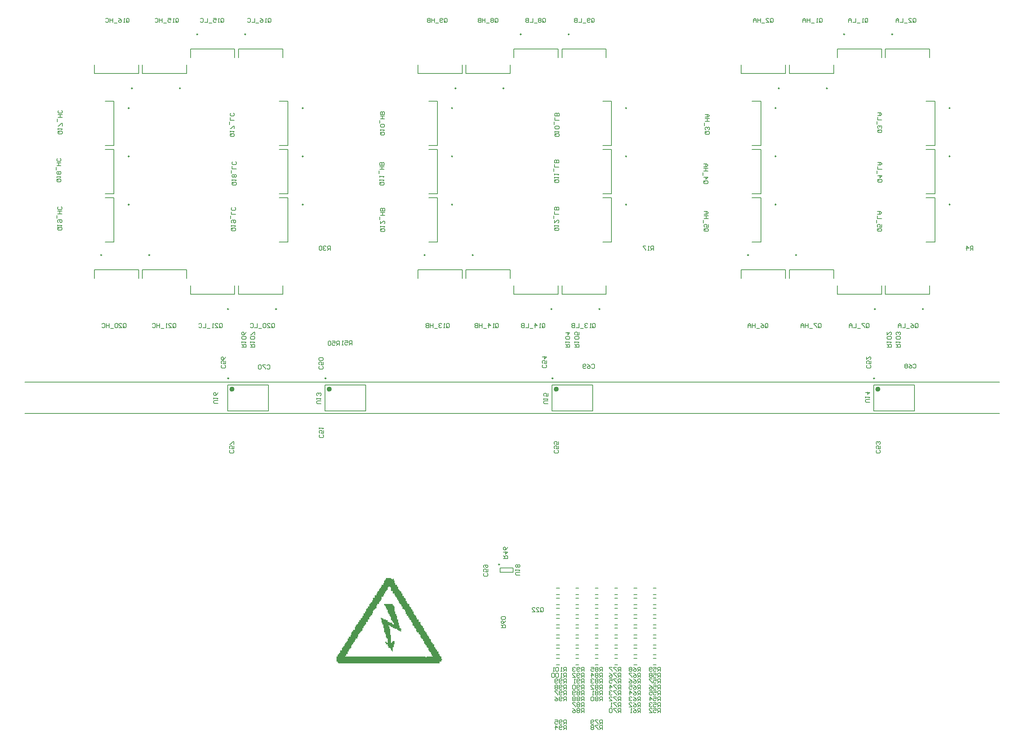
<source format=gbo>
G04*
G04 #@! TF.GenerationSoftware,Altium Limited,Altium Designer,18.1.11 (251)*
G04*
G04 Layer_Color=32896*
%FSLAX25Y25*%
%MOIN*%
G70*
G01*
G75*
%ADD10C,0.00984*%
%ADD11C,0.02362*%
%ADD12C,0.00787*%
G36*
X340815Y142353D02*
X341615D01*
Y141553D01*
X342415D01*
Y142353D01*
X343215D01*
Y141553D01*
Y140753D01*
X344015D01*
Y139953D01*
Y139154D01*
Y138354D01*
X344815D01*
Y137554D01*
Y136753D01*
X346415D01*
Y135953D01*
Y135153D01*
X347215D01*
Y134353D01*
Y133554D01*
Y132754D01*
X348015D01*
Y131954D01*
X348815D01*
Y131154D01*
X349615D01*
Y130353D01*
X350415D01*
Y129553D01*
Y128753D01*
X351215D01*
Y127954D01*
Y127154D01*
Y126354D01*
X352815D01*
Y125554D01*
Y124753D01*
X353615D01*
Y123953D01*
X354415D01*
Y123153D01*
Y122353D01*
Y121554D01*
X355215D01*
Y120754D01*
Y119954D01*
X356015D01*
Y119153D01*
X357615D01*
Y118353D01*
Y117553D01*
Y116753D01*
X358415D01*
Y115954D01*
X359215D01*
Y115154D01*
Y114354D01*
X360015D01*
Y113554D01*
X360815D01*
Y112753D01*
Y111953D01*
X361615D01*
Y111153D01*
Y110354D01*
Y109554D01*
X362415D01*
Y108754D01*
X363215D01*
Y107954D01*
X364015D01*
Y107153D01*
Y106353D01*
X364815D01*
Y105553D01*
Y104753D01*
X366415D01*
Y103954D01*
Y103154D01*
Y102354D01*
X368015D01*
Y101553D01*
Y100753D01*
Y99954D01*
X368815D01*
Y99154D01*
X369615D01*
Y98353D01*
X370415D01*
Y97553D01*
Y96754D01*
X371215D01*
Y95954D01*
Y95153D01*
Y94353D01*
X372015D01*
Y93554D01*
X372815D01*
Y92753D01*
X373615D01*
Y91953D01*
Y91154D01*
X374415D01*
Y90354D01*
Y89553D01*
X375215D01*
Y88753D01*
X376015D01*
Y87954D01*
Y87154D01*
X376815D01*
Y86353D01*
X377615D01*
Y85553D01*
Y84754D01*
Y83953D01*
X378415D01*
Y83153D01*
X379215D01*
Y82354D01*
Y81554D01*
X380815D01*
Y80753D01*
Y79953D01*
Y79154D01*
X381615D01*
Y78354D01*
Y77553D01*
X382415D01*
Y76753D01*
X383215D01*
Y75954D01*
Y75153D01*
X384815D01*
Y74353D01*
Y73554D01*
Y72754D01*
X385615D01*
Y71953D01*
Y71153D01*
X386415D01*
Y70354D01*
X387215D01*
Y69554D01*
Y68753D01*
Y67953D01*
X388015D01*
Y67154D01*
X387215D01*
Y66353D01*
Y65553D01*
X385615D01*
Y64754D01*
Y63954D01*
X292015D01*
Y64754D01*
X291215D01*
Y65553D01*
X290415D01*
Y66353D01*
Y67154D01*
Y67953D01*
Y68753D01*
Y69554D01*
Y70354D01*
X291215D01*
Y71153D01*
Y71953D01*
X292015D01*
Y72754D01*
X292815D01*
Y73554D01*
X293615D01*
Y74353D01*
Y75153D01*
Y75954D01*
X295215D01*
Y76753D01*
Y77553D01*
Y78354D01*
X296015D01*
Y79154D01*
X296815D01*
Y79953D01*
X297615D01*
Y80753D01*
Y81554D01*
X298415D01*
Y82354D01*
Y83153D01*
X299215D01*
Y83953D01*
X300015D01*
Y84754D01*
X300815D01*
Y85553D01*
Y86353D01*
Y87154D01*
X301615D01*
Y87954D01*
Y88753D01*
X303215D01*
Y89553D01*
Y90354D01*
X304015D01*
Y91154D01*
Y91953D01*
Y92753D01*
X304815D01*
Y93554D01*
X305615D01*
Y94353D01*
Y95153D01*
X307215D01*
Y95954D01*
Y96754D01*
Y97553D01*
X308015D01*
Y98353D01*
Y99154D01*
X308815D01*
Y99954D01*
X309615D01*
Y100753D01*
X310415D01*
Y101553D01*
Y102354D01*
X311215D01*
Y103154D01*
Y103954D01*
X312815D01*
Y104753D01*
Y105553D01*
X313615D01*
Y106353D01*
X314415D01*
Y107153D01*
Y107954D01*
X315215D01*
Y108754D01*
Y109554D01*
Y110354D01*
X316815D01*
Y111153D01*
Y111953D01*
X317615D01*
Y112753D01*
Y113554D01*
Y114354D01*
X318415D01*
Y115154D01*
X319215D01*
Y115954D01*
Y116753D01*
X320815D01*
Y117553D01*
Y118353D01*
Y119153D01*
X321615D01*
Y119954D01*
X322415D01*
Y120754D01*
X323215D01*
Y121554D01*
Y122353D01*
X324015D01*
Y123153D01*
Y123953D01*
Y124753D01*
X325615D01*
Y125554D01*
Y126354D01*
Y127154D01*
X327215D01*
Y127954D01*
Y128753D01*
X328015D01*
Y129553D01*
Y130353D01*
X328815D01*
Y131154D01*
X329615D01*
Y131954D01*
Y132754D01*
X330415D01*
Y133554D01*
X331215D01*
Y134353D01*
Y135153D01*
X332015D01*
Y135953D01*
Y136753D01*
X333615D01*
Y137554D01*
Y138354D01*
X334415D01*
Y139154D01*
Y139953D01*
Y140753D01*
X335215D01*
Y141553D01*
X336015D01*
Y142353D01*
Y143154D01*
X340815D01*
Y142353D01*
D02*
G37*
%LPC*%
G36*
X340015Y135153D02*
X338415D01*
Y134353D01*
X337615D01*
Y133554D01*
Y132754D01*
Y131954D01*
X336815D01*
Y131154D01*
X336015D01*
Y130353D01*
X335215D01*
Y129553D01*
Y128753D01*
X334415D01*
Y127954D01*
Y127154D01*
X333615D01*
Y126354D01*
Y125554D01*
X332015D01*
Y124753D01*
Y123953D01*
Y123153D01*
X331215D01*
Y122353D01*
Y121554D01*
X330415D01*
Y120754D01*
X329615D01*
Y119954D01*
Y119153D01*
X328015D01*
Y118353D01*
Y117553D01*
X327215D01*
Y116753D01*
Y115954D01*
Y115154D01*
X326415D01*
Y114354D01*
X325615D01*
Y113554D01*
X324815D01*
Y112753D01*
X324015D01*
Y111953D01*
Y111153D01*
Y110354D01*
X323215D01*
Y109554D01*
Y108754D01*
X322415D01*
Y107954D01*
X321615D01*
Y107153D01*
X320815D01*
Y106353D01*
Y105553D01*
Y104753D01*
X319215D01*
Y103954D01*
Y103154D01*
Y102354D01*
X317615D01*
Y101553D01*
Y100753D01*
Y99954D01*
X316815D01*
Y99154D01*
X316015D01*
Y98353D01*
X315215D01*
Y97553D01*
Y96754D01*
X314415D01*
Y95954D01*
Y95153D01*
Y94353D01*
X313615D01*
Y93554D01*
X312815D01*
Y92753D01*
X312015D01*
Y91953D01*
X311215D01*
Y91154D01*
X310415D01*
Y90354D01*
Y89553D01*
Y88753D01*
X309615D01*
Y87954D01*
Y87154D01*
X308015D01*
Y86353D01*
Y85553D01*
X307215D01*
Y84754D01*
Y83953D01*
X306415D01*
Y83153D01*
X305615D01*
Y82354D01*
Y81554D01*
X304815D01*
Y80753D01*
X304015D01*
Y79953D01*
Y79154D01*
Y78354D01*
X303215D01*
Y77553D01*
X302415D01*
Y76753D01*
X301615D01*
Y75954D01*
Y75153D01*
X300815D01*
Y74353D01*
Y73554D01*
Y72754D01*
X299215D01*
Y71953D01*
Y71153D01*
X298415D01*
Y70354D01*
X372815D01*
Y69554D01*
X373615D01*
Y70354D01*
X379215D01*
Y71153D01*
X378415D01*
Y71953D01*
Y72754D01*
X377615D01*
Y73554D01*
Y74353D01*
X376815D01*
Y75153D01*
X376015D01*
Y75954D01*
X375215D01*
Y76753D01*
Y77553D01*
Y78354D01*
X374415D01*
Y79154D01*
X373615D01*
Y79953D01*
Y80753D01*
X372815D01*
Y81554D01*
X372015D01*
Y82354D01*
X371215D01*
Y83153D01*
Y83953D01*
Y84754D01*
X370415D01*
Y85553D01*
Y86353D01*
X369615D01*
Y87154D01*
X368815D01*
Y87954D01*
X368015D01*
Y88753D01*
Y89553D01*
Y90354D01*
X367215D01*
Y91154D01*
X366415D01*
Y91953D01*
Y92753D01*
X364815D01*
Y93554D01*
X364015D01*
Y94353D01*
Y95153D01*
Y95954D01*
X363215D01*
Y96754D01*
X362415D01*
Y97553D01*
Y98353D01*
X361615D01*
Y99154D01*
X360815D01*
Y99954D01*
Y100753D01*
Y101553D01*
X360015D01*
Y102354D01*
X359215D01*
Y103154D01*
Y103954D01*
X358415D01*
Y104753D01*
X357615D01*
Y105553D01*
Y106353D01*
X356815D01*
Y107153D01*
Y107954D01*
X355215D01*
Y108754D01*
Y109554D01*
X354415D01*
Y110354D01*
Y111153D01*
Y111953D01*
X353615D01*
Y112753D01*
Y113554D01*
X352815D01*
Y114354D01*
X351215D01*
Y115154D01*
Y115954D01*
Y116753D01*
X350415D01*
Y117553D01*
Y118353D01*
X349615D01*
Y119153D01*
X348815D01*
Y119954D01*
X348015D01*
Y120754D01*
Y121554D01*
X347215D01*
Y122353D01*
Y123153D01*
X346415D01*
Y123953D01*
Y124753D01*
X345615D01*
Y125554D01*
X344815D01*
Y126354D01*
Y127154D01*
X344015D01*
Y127954D01*
Y128753D01*
X342415D01*
Y129553D01*
Y130353D01*
Y131154D01*
X340815D01*
Y131954D01*
Y132754D01*
Y133554D01*
Y134353D01*
X340015D01*
Y135153D01*
D02*
G37*
%LPD*%
G36*
X342415Y118353D02*
Y117553D01*
X343215D01*
Y116753D01*
X344015D01*
Y115954D01*
Y115154D01*
Y114354D01*
Y113554D01*
Y112753D01*
Y111953D01*
X344815D01*
Y111153D01*
Y110354D01*
Y109554D01*
X345615D01*
Y108754D01*
Y107954D01*
X346415D01*
Y107153D01*
Y106353D01*
Y105553D01*
Y104753D01*
X347215D01*
Y103954D01*
Y103154D01*
Y102354D01*
Y101553D01*
X348015D01*
Y100753D01*
Y99954D01*
Y99154D01*
X348815D01*
Y98353D01*
Y97553D01*
Y96754D01*
X349615D01*
Y95954D01*
X350415D01*
Y95153D01*
X349615D01*
Y94353D01*
X350415D01*
Y93554D01*
X348815D01*
Y94353D01*
X347215D01*
Y95153D01*
X346415D01*
Y95954D01*
X344015D01*
Y96754D01*
X342415D01*
Y97553D01*
X340815D01*
Y98353D01*
X340015D01*
Y99154D01*
X338415D01*
Y98353D01*
X339215D01*
Y97553D01*
Y96754D01*
Y95954D01*
X340015D01*
Y95153D01*
Y94353D01*
Y93554D01*
Y92753D01*
Y91953D01*
Y91154D01*
Y90354D01*
X340815D01*
Y89553D01*
Y88753D01*
Y87954D01*
Y87154D01*
Y86353D01*
Y85553D01*
Y84754D01*
Y83953D01*
Y83153D01*
X341615D01*
Y83953D01*
X342415D01*
Y84754D01*
X344015D01*
Y83953D01*
Y83153D01*
Y82354D01*
Y81554D01*
X343215D01*
Y80753D01*
Y79953D01*
Y79154D01*
X342415D01*
Y78354D01*
Y77553D01*
Y76753D01*
Y75954D01*
Y75153D01*
X341615D01*
Y75954D01*
X340815D01*
Y76753D01*
Y77553D01*
X340015D01*
Y78354D01*
X338415D01*
Y79154D01*
Y79953D01*
X337615D01*
Y80753D01*
Y81554D01*
X336015D01*
Y82354D01*
Y83153D01*
X335215D01*
Y83953D01*
X336815D01*
Y83153D01*
X337615D01*
Y83953D01*
Y84754D01*
Y85553D01*
Y86353D01*
Y87154D01*
X336815D01*
Y87954D01*
X336015D01*
Y88753D01*
Y89553D01*
Y90354D01*
Y91154D01*
X335215D01*
Y91953D01*
Y92753D01*
X334415D01*
Y93554D01*
Y94353D01*
Y95153D01*
Y95954D01*
Y96754D01*
X333615D01*
Y97553D01*
Y98353D01*
Y99154D01*
Y99954D01*
X332815D01*
Y100753D01*
Y101553D01*
X332015D01*
Y102354D01*
Y103154D01*
Y103954D01*
Y104753D01*
X331215D01*
Y105553D01*
Y106353D01*
X332015D01*
Y105553D01*
X333615D01*
Y104753D01*
X336015D01*
Y103954D01*
X337615D01*
Y103154D01*
Y102354D01*
X339215D01*
Y101553D01*
X341615D01*
Y100753D01*
X342415D01*
Y99954D01*
X343215D01*
Y100753D01*
Y101553D01*
X342415D01*
Y102354D01*
Y103154D01*
X341615D01*
Y103954D01*
X340815D01*
Y104753D01*
Y105553D01*
Y106353D01*
Y107153D01*
X340015D01*
Y107954D01*
X339215D01*
Y108754D01*
Y109554D01*
X338415D01*
Y110354D01*
Y111153D01*
X337615D01*
Y111953D01*
Y112753D01*
Y113554D01*
X336815D01*
Y114354D01*
Y115154D01*
X336015D01*
Y115954D01*
Y116753D01*
X335215D01*
Y117553D01*
X334415D01*
Y118353D01*
Y119153D01*
X342415D01*
Y118353D01*
D02*
G37*
D10*
X441142Y155649D02*
G03*
X441142Y155649I-492J0D01*
G01*
X190610Y327814D02*
G03*
X190610Y327814I-492J0D01*
G01*
X280590D02*
G03*
X280590Y327814I-492J0D01*
G01*
X490610D02*
G03*
X490610Y327814I-492J0D01*
G01*
X788153D02*
G03*
X788153Y327814I-492J0D01*
G01*
X700039Y596300D02*
G03*
X700039Y596300I-492J0D01*
G01*
X744462D02*
G03*
X744462Y596300I-492J0D01*
G01*
X760420Y646300D02*
G03*
X760420Y646300I-492J0D01*
G01*
X804842D02*
G03*
X804842Y646300I-492J0D01*
G01*
X857972Y578012D02*
G03*
X857972Y578012I-492J0D01*
G01*
X696949D02*
G03*
X696949Y578012I-492J0D01*
G01*
Y533366D02*
G03*
X696949Y533366I-492J0D01*
G01*
Y488721D02*
G03*
X696949Y488721I-492J0D01*
G01*
X857972Y533366D02*
G03*
X857972Y533366I-492J0D01*
G01*
Y488721D02*
G03*
X857972Y488721I-492J0D01*
G01*
X671575Y441969D02*
G03*
X671575Y441969I-492J0D01*
G01*
X715997D02*
G03*
X715997Y441969I-492J0D01*
G01*
X788884Y391969D02*
G03*
X788884Y391969I-492J0D01*
G01*
X833307D02*
G03*
X833307Y391969I-492J0D01*
G01*
X400826Y596300D02*
G03*
X400826Y596300I-492J0D01*
G01*
X445249D02*
G03*
X445249Y596300I-492J0D01*
G01*
X461207Y646300D02*
G03*
X461207Y646300I-492J0D01*
G01*
X505629D02*
G03*
X505629Y646300I-492J0D01*
G01*
X397736Y578012D02*
G03*
X397736Y578012I-492J0D01*
G01*
Y533366D02*
G03*
X397736Y533366I-492J0D01*
G01*
Y488721D02*
G03*
X397736Y488721I-492J0D01*
G01*
X558760Y578012D02*
G03*
X558760Y578012I-492J0D01*
G01*
Y533366D02*
G03*
X558760Y533366I-492J0D01*
G01*
Y488721D02*
G03*
X558760Y488721I-492J0D01*
G01*
X534094Y391969D02*
G03*
X534094Y391969I-492J0D01*
G01*
X489671D02*
G03*
X489671Y391969I-492J0D01*
G01*
X416784Y441969D02*
G03*
X416784Y441969I-492J0D01*
G01*
X372362D02*
G03*
X372362Y441969I-492J0D01*
G01*
X259547Y578012D02*
G03*
X259547Y578012I-492J0D01*
G01*
Y533366D02*
G03*
X259547Y533366I-492J0D01*
G01*
Y488721D02*
G03*
X259547Y488721I-492J0D01*
G01*
X234842Y391969D02*
G03*
X234842Y391969I-492J0D01*
G01*
X190420D02*
G03*
X190420Y391969I-492J0D01*
G01*
X117533Y441969D02*
G03*
X117533Y441969I-492J0D01*
G01*
X73110D02*
G03*
X73110Y441969I-492J0D01*
G01*
X98524Y488721D02*
G03*
X98524Y488721I-492J0D01*
G01*
Y533366D02*
G03*
X98524Y533366I-492J0D01*
G01*
Y578012D02*
G03*
X98524Y578012I-492J0D01*
G01*
X206377Y646300D02*
G03*
X206377Y646300I-492J0D01*
G01*
X161955D02*
G03*
X161955Y646300I-492J0D01*
G01*
X145997Y596300D02*
G03*
X145997Y596300I-492J0D01*
G01*
X101575D02*
G03*
X101575Y596300I-492J0D01*
G01*
D11*
X194783Y317873D02*
G03*
X194783Y317873I-1181J0D01*
G01*
X284763D02*
G03*
X284763Y317873I-1181J0D01*
G01*
X494783D02*
G03*
X494783Y317873I-1181J0D01*
G01*
X792326D02*
G03*
X792326Y317873I-1181J0D01*
G01*
D12*
X1969Y324311D02*
X903543D01*
X1969Y295276D02*
X903543D01*
X441634Y148267D02*
X453839D01*
X441634Y152204D02*
X453839D01*
Y148267D02*
Y152204D01*
X441634Y148267D02*
Y152204D01*
X227460Y297794D02*
Y321810D01*
X189665Y297794D02*
Y321810D01*
Y297794D02*
X227460D01*
X189665Y321810D02*
X227460D01*
X279645D02*
X317440D01*
X279645Y297794D02*
X317440D01*
X279645D02*
Y321810D01*
X317440Y297794D02*
Y321810D01*
X527460Y297794D02*
Y321810D01*
X489665Y297794D02*
Y321810D01*
Y297794D02*
X527460D01*
X489665Y321810D02*
X527460D01*
X825003Y297794D02*
Y321810D01*
X787208Y297794D02*
Y321810D01*
Y297794D02*
X825003D01*
X787208Y321810D02*
X825003D01*
X664842Y609882D02*
Y617953D01*
Y609882D02*
X705787D01*
Y617953D01*
X709265Y609882D02*
Y617953D01*
Y609882D02*
X750210D01*
Y617953D01*
X794632Y624646D02*
Y632717D01*
X753687D02*
X794632D01*
X753687Y624646D02*
Y632717D01*
X839054Y624646D02*
Y632717D01*
X798110D02*
X839054D01*
X798110Y624646D02*
Y632717D01*
X835827Y543307D02*
X843898D01*
Y584252D01*
X835827D02*
X843898D01*
X674803Y543307D02*
X682874D01*
Y584252D01*
X674803D02*
X682874D01*
X674803Y498662D02*
X682874D01*
Y539607D01*
X674803D02*
X682874D01*
X674803Y454016D02*
X682874D01*
Y494961D01*
X674803D02*
X682874D01*
X835827Y498662D02*
X843898D01*
Y539607D01*
X835827D02*
X843898D01*
X835827Y454016D02*
X843898D01*
Y494961D01*
X835827D02*
X843898D01*
X705787Y420316D02*
Y428387D01*
X664842D02*
X705787D01*
X664842Y420316D02*
Y428387D01*
X750210Y420316D02*
Y428387D01*
X709265D02*
X750210D01*
X709265Y420316D02*
Y428387D01*
X794632Y405552D02*
Y413623D01*
X753687Y405552D02*
X794632D01*
X753687D02*
Y413623D01*
X798110Y405552D02*
Y413623D01*
Y405552D02*
X839054D01*
Y413623D01*
X365630Y609882D02*
Y617953D01*
Y609882D02*
X406574D01*
Y617953D01*
X410052Y609882D02*
Y617953D01*
Y609882D02*
X450997D01*
Y617953D01*
X495419Y624646D02*
Y632717D01*
X454474D02*
X495419D01*
X454474Y624646D02*
Y632717D01*
X539842Y624646D02*
Y632717D01*
X498897D02*
X539842D01*
X498897Y624646D02*
Y632717D01*
X375590Y543307D02*
X383661D01*
Y584252D01*
X375590D02*
X383661D01*
X375590Y498662D02*
X383661D01*
Y539607D01*
X375590D02*
X383661D01*
X375590Y454016D02*
X383661D01*
Y494961D01*
X375590D02*
X383661D01*
X536614Y543307D02*
X544685D01*
Y584252D01*
X536614D02*
X544685D01*
X536614Y498662D02*
X544685D01*
Y539607D01*
X536614D02*
X544685D01*
X536614Y454016D02*
X544685D01*
Y494961D01*
X536614D02*
X544685D01*
X498897Y405552D02*
Y413623D01*
Y405552D02*
X539842D01*
Y413623D01*
X454474Y405552D02*
Y413623D01*
Y405552D02*
X495419D01*
Y413623D01*
X450997Y420316D02*
Y428387D01*
X410052D02*
X450997D01*
X410052Y420316D02*
Y428387D01*
X406574Y420316D02*
Y428387D01*
X365630D02*
X406574D01*
X365630Y420316D02*
Y428387D01*
X237402Y543307D02*
X245472D01*
Y584252D01*
X237402D02*
X245472D01*
X237402Y498662D02*
X245472D01*
Y539607D01*
X237402D02*
X245472D01*
X237402Y454016D02*
X245472D01*
Y494961D01*
X237402D02*
X245472D01*
X199645Y405552D02*
Y413623D01*
Y405552D02*
X240590D01*
Y413623D01*
X155223Y405552D02*
Y413623D01*
Y405552D02*
X196168D01*
Y413623D01*
X151745Y420316D02*
Y428387D01*
X110800D02*
X151745D01*
X110800Y420316D02*
Y428387D01*
X107323Y420316D02*
Y428387D01*
X66378D02*
X107323D01*
X66378Y420316D02*
Y428387D01*
X76378Y454016D02*
X84449D01*
Y494961D01*
X76378D02*
X84449D01*
X76378Y498662D02*
X84449D01*
Y539607D01*
X76378D02*
X84449D01*
X76378Y543307D02*
X84449D01*
Y584252D01*
X76378D02*
X84449D01*
X240590Y624646D02*
Y632717D01*
X199645D02*
X240590D01*
X199645Y624646D02*
Y632717D01*
X196168Y624646D02*
Y632717D01*
X155223D02*
X196168D01*
X155223Y624646D02*
Y632717D01*
X110800Y609882D02*
Y617953D01*
Y609882D02*
X151745D01*
Y617953D01*
X66378Y609882D02*
Y617953D01*
Y609882D02*
X107323D01*
Y617953D01*
X547579Y124381D02*
X550335D01*
X547579Y118278D02*
X550335D01*
X511752Y124381D02*
X514508D01*
X511752Y118278D02*
X514508D01*
X511752Y115101D02*
X514508D01*
X511752Y108998D02*
X514508D01*
X547579Y115101D02*
X550335D01*
X547579Y108998D02*
X550335D01*
X511752Y105821D02*
X514508D01*
X511752Y99718D02*
X514508D01*
X547579Y105821D02*
X550335D01*
X547579Y99718D02*
X550335D01*
X511752Y96540D02*
X514508D01*
X511752Y90438D02*
X514508D01*
X547579Y96540D02*
X550335D01*
X547579Y90438D02*
X550335D01*
X547579Y87260D02*
X550335D01*
X547579Y81158D02*
X550335D01*
X511752Y87260D02*
X514508D01*
X511752Y81158D02*
X514508D01*
X547579Y77980D02*
X550335D01*
X547579Y71878D02*
X550335D01*
X511752Y77980D02*
X514508D01*
X511752Y71878D02*
X514508D01*
X511752Y68700D02*
X514508D01*
X511752Y62598D02*
X514508D01*
X547579Y68700D02*
X550335D01*
X547579Y62598D02*
X550335D01*
X583405Y124381D02*
X586161D01*
X583405Y118278D02*
X586161D01*
X565492Y124381D02*
X568248D01*
X565492Y118278D02*
X568248D01*
X529666Y124381D02*
X532421D01*
X529666Y118278D02*
X532421D01*
X493839Y124381D02*
X496595D01*
X493839Y118278D02*
X496595D01*
X583405Y115101D02*
X586161D01*
X583405Y108998D02*
X586161D01*
X565492Y115101D02*
X568248D01*
X565492Y108998D02*
X568248D01*
X529666Y115101D02*
X532421D01*
X529666Y108998D02*
X532421D01*
X493839Y115101D02*
X496595D01*
X493839Y108998D02*
X496595D01*
X583405Y105821D02*
X586161D01*
X583405Y99718D02*
X586161D01*
X565492Y105821D02*
X568248D01*
X565492Y99718D02*
X568248D01*
X529666Y105821D02*
X532421D01*
X529666Y99718D02*
X532421D01*
X493839Y105821D02*
X496595D01*
X493839Y99718D02*
X496595D01*
X583405Y96540D02*
X586161D01*
X583405Y90438D02*
X586161D01*
X565492Y96540D02*
X568248D01*
X565492Y90438D02*
X568248D01*
X529666Y96540D02*
X532421D01*
X529666Y90438D02*
X532421D01*
X493839Y96540D02*
X496595D01*
X493839Y90438D02*
X496595D01*
X583405Y87260D02*
X586161D01*
X583405Y81158D02*
X586161D01*
X565492Y87260D02*
X568248D01*
X565492Y81158D02*
X568248D01*
X529666Y87260D02*
X532421D01*
X529666Y81158D02*
X532421D01*
X493839Y87260D02*
X496595D01*
X493839Y81158D02*
X496595D01*
X583405Y77980D02*
X586161D01*
X583405Y71878D02*
X586161D01*
X565492Y77980D02*
X568248D01*
X565492Y71878D02*
X568248D01*
X529666Y77980D02*
X532421D01*
X529666Y71878D02*
X532421D01*
X493839Y77980D02*
X496595D01*
X493839Y71878D02*
X496595D01*
X583405Y68700D02*
X586161D01*
X583405Y62598D02*
X586161D01*
X565492Y68700D02*
X568248D01*
X565492Y62598D02*
X568248D01*
X529666Y68700D02*
X532421D01*
X529666Y62598D02*
X532421D01*
X493839Y68700D02*
X496595D01*
X493839Y62598D02*
X496595D01*
X583405Y133661D02*
X586161D01*
X583405Y127558D02*
X586161D01*
X565492Y133661D02*
X568248D01*
X565492Y127558D02*
X568248D01*
X547579Y133661D02*
X550335D01*
X547579Y127558D02*
X550335D01*
X529666Y133661D02*
X532421D01*
X529666Y127558D02*
X532421D01*
X511752Y133661D02*
X514508D01*
X511752Y127558D02*
X514508D01*
X493839Y133661D02*
X496595D01*
X493839Y127558D02*
X496595D01*
X284699Y446477D02*
Y450412D01*
X282731D01*
X282075Y449756D01*
Y448444D01*
X282731Y447788D01*
X284699D01*
X283387D02*
X282075Y446477D01*
X280764Y449756D02*
X280107Y450412D01*
X278796D01*
X278140Y449756D01*
Y449100D01*
X278796Y448444D01*
X279451D01*
X278796D01*
X278140Y447788D01*
Y447132D01*
X278796Y446477D01*
X280107D01*
X280764Y447132D01*
X276828Y449756D02*
X276172Y450412D01*
X274860D01*
X274204Y449756D01*
Y447132D01*
X274860Y446477D01*
X276172D01*
X276828Y447132D01*
Y449756D01*
X442720Y96954D02*
X446655D01*
Y98922D01*
X445999Y99578D01*
X444688D01*
X444032Y98922D01*
Y96954D01*
Y98266D02*
X442720Y99578D01*
X446655Y103514D02*
X445999Y102202D01*
X444688Y100890D01*
X443376D01*
X442720Y101546D01*
Y102858D01*
X443376Y103514D01*
X444032D01*
X444688Y102858D01*
Y100890D01*
X445999Y104826D02*
X446655Y105482D01*
Y106794D01*
X445999Y107450D01*
X443376D01*
X442720Y106794D01*
Y105482D01*
X443376Y104826D01*
X445999D01*
X583687Y446477D02*
Y450412D01*
X581719D01*
X581063Y449756D01*
Y448444D01*
X581719Y447788D01*
X583687D01*
X582375D02*
X581063Y446477D01*
X579751D02*
X578439D01*
X579095D01*
Y450412D01*
X579751Y449756D01*
X576472Y450412D02*
X573848D01*
Y449756D01*
X576472Y447132D01*
Y446477D01*
X879151D02*
Y450412D01*
X877183D01*
X876527Y449756D01*
Y448444D01*
X877183Y447788D01*
X879151D01*
X877839D02*
X876527Y446477D01*
X873247D02*
Y450412D01*
X875215Y448444D01*
X872591D01*
X210708Y356821D02*
X214644D01*
Y358788D01*
X213988Y359444D01*
X212676D01*
X212020Y358788D01*
Y356821D01*
Y358132D02*
X210708Y359444D01*
Y360756D02*
Y362068D01*
Y361412D01*
X214644D01*
X213988Y360756D01*
Y364036D02*
X214644Y364692D01*
Y366004D01*
X213988Y366660D01*
X211364D01*
X210708Y366004D01*
Y364692D01*
X211364Y364036D01*
X213988D01*
X214644Y367972D02*
Y370596D01*
X213988D01*
X211364Y367972D01*
X210708D01*
X202637Y356821D02*
X206573D01*
Y358788D01*
X205917Y359444D01*
X204605D01*
X203949Y358788D01*
Y356821D01*
Y358132D02*
X202637Y359444D01*
Y360756D02*
Y362068D01*
Y361412D01*
X206573D01*
X205917Y360756D01*
Y364036D02*
X206573Y364692D01*
Y366004D01*
X205917Y366660D01*
X203293D01*
X202637Y366004D01*
Y364692D01*
X203293Y364036D01*
X205917D01*
X206573Y370596D02*
X205917Y369284D01*
X204605Y367972D01*
X203293D01*
X202637Y368628D01*
Y369940D01*
X203293Y370596D01*
X203949D01*
X204605Y369940D01*
Y367972D01*
X510606Y356821D02*
X514542D01*
Y358788D01*
X513886Y359444D01*
X512574D01*
X511918Y358788D01*
Y356821D01*
Y358132D02*
X510606Y359444D01*
Y360756D02*
Y362068D01*
Y361412D01*
X514542D01*
X513886Y360756D01*
Y364036D02*
X514542Y364692D01*
Y366004D01*
X513886Y366660D01*
X511262D01*
X510606Y366004D01*
Y364692D01*
X511262Y364036D01*
X513886D01*
X514542Y370596D02*
Y367972D01*
X512574D01*
X513230Y369284D01*
Y369940D01*
X512574Y370596D01*
X511262D01*
X510606Y369940D01*
Y368628D01*
X511262Y367972D01*
X502240Y356821D02*
X506176D01*
Y358788D01*
X505520Y359444D01*
X504208D01*
X503552Y358788D01*
Y356821D01*
Y358132D02*
X502240Y359444D01*
Y360756D02*
Y362068D01*
Y361412D01*
X506176D01*
X505520Y360756D01*
Y364036D02*
X506176Y364692D01*
Y366004D01*
X505520Y366660D01*
X502896D01*
X502240Y366004D01*
Y364692D01*
X502896Y364036D01*
X505520D01*
X502240Y369940D02*
X506176D01*
X504208Y367972D01*
Y370596D01*
X808049Y356821D02*
X811985D01*
Y358788D01*
X811329Y359444D01*
X810017D01*
X809361Y358788D01*
Y356821D01*
Y358132D02*
X808049Y359444D01*
Y360756D02*
Y362068D01*
Y361412D01*
X811985D01*
X811329Y360756D01*
Y364036D02*
X811985Y364692D01*
Y366004D01*
X811329Y366660D01*
X808705D01*
X808049Y366004D01*
Y364692D01*
X808705Y364036D01*
X811329D01*
Y367972D02*
X811985Y368628D01*
Y369940D01*
X811329Y370596D01*
X810673D01*
X810017Y369940D01*
Y369284D01*
Y369940D01*
X809361Y370596D01*
X808705D01*
X808049Y369940D01*
Y368628D01*
X808705Y367972D01*
X799584Y356821D02*
X803520D01*
Y358788D01*
X802864Y359444D01*
X801552D01*
X800896Y358788D01*
Y356821D01*
Y358132D02*
X799584Y359444D01*
Y360756D02*
Y362068D01*
Y361412D01*
X803520D01*
X802864Y360756D01*
Y364036D02*
X803520Y364692D01*
Y366004D01*
X802864Y366660D01*
X800240D01*
X799584Y366004D01*
Y364692D01*
X800240Y364036D01*
X802864D01*
X799584Y370596D02*
Y367972D01*
X802208Y370596D01*
X802864D01*
X803520Y369940D01*
Y368628D01*
X802864Y367972D01*
X226028Y339755D02*
X226684Y340410D01*
X227996D01*
X228652Y339755D01*
Y337131D01*
X227996Y336475D01*
X226684D01*
X226028Y337131D01*
X224716Y340410D02*
X222092D01*
Y339755D01*
X224716Y337131D01*
Y336475D01*
X220780Y339755D02*
X220124Y340410D01*
X218812D01*
X218156Y339755D01*
Y337131D01*
X218812Y336475D01*
X220124D01*
X220780Y337131D01*
Y339755D01*
X526382Y340362D02*
X527038Y341018D01*
X528350D01*
X529006Y340362D01*
Y337739D01*
X528350Y337083D01*
X527038D01*
X526382Y337739D01*
X522447Y341018D02*
X523759Y340362D01*
X525071Y339051D01*
Y337739D01*
X524415Y337083D01*
X523103D01*
X522447Y337739D01*
Y338395D01*
X523103Y339051D01*
X525071D01*
X521135Y337739D02*
X520479Y337083D01*
X519167D01*
X518511Y337739D01*
Y340362D01*
X519167Y341018D01*
X520479D01*
X521135Y340362D01*
Y339706D01*
X520479Y339051D01*
X518511D01*
X823828Y340513D02*
X824484Y341169D01*
X825796D01*
X826452Y340513D01*
Y337889D01*
X825796Y337233D01*
X824484D01*
X823828Y337889D01*
X819893Y341169D02*
X821204Y340513D01*
X822516Y339201D01*
Y337889D01*
X821860Y337233D01*
X820548D01*
X819893Y337889D01*
Y338545D01*
X820548Y339201D01*
X822516D01*
X818581Y340513D02*
X817925Y341169D01*
X816613D01*
X815957Y340513D01*
Y339857D01*
X816613Y339201D01*
X815957Y338545D01*
Y337889D01*
X816613Y337233D01*
X817925D01*
X818581Y337889D01*
Y338545D01*
X817925Y339201D01*
X818581Y339857D01*
Y340513D01*
X817925Y339201D02*
X816613D01*
X460021Y145665D02*
X456741D01*
X456085Y146321D01*
Y147633D01*
X456741Y148289D01*
X460021D01*
X456085Y149601D02*
Y150913D01*
Y150257D01*
X460021D01*
X459365Y149601D01*
Y152881D02*
X460021Y153537D01*
Y154849D01*
X459365Y155505D01*
X458709D01*
X458053Y154849D01*
X457397Y155505D01*
X456741D01*
X456085Y154849D01*
Y153537D01*
X456741Y152881D01*
X457397D01*
X458053Y153537D01*
X458709Y152881D01*
X459365D01*
X458053Y153537D02*
Y154849D01*
X180723Y304743D02*
X177443D01*
X176787Y305399D01*
Y306710D01*
X177443Y307366D01*
X180723D01*
X176787Y308678D02*
Y309990D01*
Y309334D01*
X180723D01*
X180067Y308678D01*
X180723Y314582D02*
X180067Y313270D01*
X178755Y311958D01*
X177443D01*
X176787Y312614D01*
Y313926D01*
X177443Y314582D01*
X178099D01*
X178755Y313926D01*
Y311958D01*
X485940Y304250D02*
X482660D01*
X482004Y304906D01*
Y306218D01*
X482660Y306874D01*
X485940D01*
X482004Y308186D02*
Y309498D01*
Y308842D01*
X485940D01*
X485284Y308186D01*
X485940Y314090D02*
Y311466D01*
X483972D01*
X484628Y312778D01*
Y313434D01*
X483972Y314090D01*
X482660D01*
X482004Y313434D01*
Y312122D01*
X482660Y311466D01*
X783577Y305666D02*
X780298D01*
X779642Y306322D01*
Y307634D01*
X780298Y308290D01*
X783577D01*
X779642Y309602D02*
Y310914D01*
Y310258D01*
X783577D01*
X782922Y309602D01*
X779642Y314849D02*
X783577D01*
X781610Y312882D01*
Y315506D01*
X275999Y304365D02*
X272719D01*
X272063Y305020D01*
Y306332D01*
X272719Y306988D01*
X275999D01*
X272063Y308300D02*
Y309612D01*
Y308956D01*
X275999D01*
X275343Y308300D01*
Y311580D02*
X275999Y312236D01*
Y313548D01*
X275343Y314204D01*
X274687D01*
X274031Y313548D01*
Y312892D01*
Y313548D01*
X273375Y314204D01*
X272719D01*
X272063Y313548D01*
Y312236D01*
X272719Y311580D01*
X503009Y56571D02*
Y60507D01*
X501041D01*
X500385Y59851D01*
Y58539D01*
X501041Y57883D01*
X503009D01*
X501697D02*
X500385Y56571D01*
X499073D02*
X497761D01*
X498417D01*
Y60507D01*
X499073Y59851D01*
X495793D02*
X495137Y60507D01*
X493825D01*
X493169Y59851D01*
Y57227D01*
X493825Y56571D01*
X495137D01*
X495793Y57227D01*
Y59851D01*
X491857Y56571D02*
X490546D01*
X491201D01*
Y60507D01*
X491857Y59851D01*
X503009Y51102D02*
Y55038D01*
X501041D01*
X500385Y54382D01*
Y53070D01*
X501041Y52414D01*
X503009D01*
X501697D02*
X500385Y51102D01*
X499073D02*
X497761D01*
X498417D01*
Y55038D01*
X499073Y54382D01*
X495793D02*
X495137Y55038D01*
X493825D01*
X493169Y54382D01*
Y51758D01*
X493825Y51102D01*
X495137D01*
X495793Y51758D01*
Y54382D01*
X491857D02*
X491201Y55038D01*
X489890D01*
X489234Y54382D01*
Y51758D01*
X489890Y51102D01*
X491201D01*
X491857Y51758D01*
Y54382D01*
X503009Y45634D02*
Y49569D01*
X501041D01*
X500385Y48913D01*
Y47601D01*
X501041Y46945D01*
X503009D01*
X501697D02*
X500385Y45634D01*
X499073Y46289D02*
X498417Y45634D01*
X497105D01*
X496449Y46289D01*
Y48913D01*
X497105Y49569D01*
X498417D01*
X499073Y48913D01*
Y48257D01*
X498417Y47601D01*
X496449D01*
X495137Y46289D02*
X494481Y45634D01*
X493169D01*
X492513Y46289D01*
Y48913D01*
X493169Y49569D01*
X494481D01*
X495137Y48913D01*
Y48257D01*
X494481Y47601D01*
X492513D01*
X503009Y40165D02*
Y44100D01*
X501041D01*
X500385Y43444D01*
Y42132D01*
X501041Y41477D01*
X503009D01*
X501697D02*
X500385Y40165D01*
X499073Y40821D02*
X498417Y40165D01*
X497105D01*
X496449Y40821D01*
Y43444D01*
X497105Y44100D01*
X498417D01*
X499073Y43444D01*
Y42788D01*
X498417Y42132D01*
X496449D01*
X495137Y43444D02*
X494481Y44100D01*
X493169D01*
X492513Y43444D01*
Y42788D01*
X493169Y42132D01*
X492513Y41477D01*
Y40821D01*
X493169Y40165D01*
X494481D01*
X495137Y40821D01*
Y41477D01*
X494481Y42132D01*
X495137Y42788D01*
Y43444D01*
X494481Y42132D02*
X493169D01*
X503009Y34696D02*
Y38631D01*
X501041D01*
X500385Y37976D01*
Y36664D01*
X501041Y36008D01*
X503009D01*
X501697D02*
X500385Y34696D01*
X499073Y35352D02*
X498417Y34696D01*
X497105D01*
X496449Y35352D01*
Y37976D01*
X497105Y38631D01*
X498417D01*
X499073Y37976D01*
Y37320D01*
X498417Y36664D01*
X496449D01*
X495137Y38631D02*
X492513D01*
Y37976D01*
X495137Y35352D01*
Y34696D01*
X503009Y29227D02*
Y33163D01*
X501041D01*
X500385Y32507D01*
Y31195D01*
X501041Y30539D01*
X503009D01*
X501697D02*
X500385Y29227D01*
X499073Y29883D02*
X498417Y29227D01*
X497105D01*
X496449Y29883D01*
Y32507D01*
X497105Y33163D01*
X498417D01*
X499073Y32507D01*
Y31851D01*
X498417Y31195D01*
X496449D01*
X492513Y33163D02*
X493825Y32507D01*
X495137Y31195D01*
Y29883D01*
X494481Y29227D01*
X493169D01*
X492513Y29883D01*
Y30539D01*
X493169Y31195D01*
X495137D01*
X503009Y7765D02*
Y11701D01*
X501041D01*
X500385Y11045D01*
Y9733D01*
X501041Y9077D01*
X503009D01*
X501697D02*
X500385Y7765D01*
X499073Y8421D02*
X498417Y7765D01*
X497105D01*
X496449Y8421D01*
Y11045D01*
X497105Y11701D01*
X498417D01*
X499073Y11045D01*
Y10389D01*
X498417Y9733D01*
X496449D01*
X492513Y11701D02*
X495137D01*
Y9733D01*
X493825Y10389D01*
X493169D01*
X492513Y9733D01*
Y8421D01*
X493169Y7765D01*
X494481D01*
X495137Y8421D01*
X503009Y2581D02*
Y6517D01*
X501041D01*
X500385Y5861D01*
Y4549D01*
X501041Y3893D01*
X503009D01*
X501697D02*
X500385Y2581D01*
X499073Y3237D02*
X498417Y2581D01*
X497105D01*
X496449Y3237D01*
Y5861D01*
X497105Y6517D01*
X498417D01*
X499073Y5861D01*
Y5205D01*
X498417Y4549D01*
X496449D01*
X493169Y2581D02*
Y6517D01*
X495137Y4549D01*
X492513D01*
X519302Y56571D02*
Y60507D01*
X517334D01*
X516678Y59851D01*
Y58539D01*
X517334Y57883D01*
X519302D01*
X517990D02*
X516678Y56571D01*
X515366Y57227D02*
X514710Y56571D01*
X513398D01*
X512742Y57227D01*
Y59851D01*
X513398Y60507D01*
X514710D01*
X515366Y59851D01*
Y59195D01*
X514710Y58539D01*
X512742D01*
X511430Y59851D02*
X510774Y60507D01*
X509462D01*
X508806Y59851D01*
Y59195D01*
X509462Y58539D01*
X510118D01*
X509462D01*
X508806Y57883D01*
Y57227D01*
X509462Y56571D01*
X510774D01*
X511430Y57227D01*
X519302Y51102D02*
Y55038D01*
X517334D01*
X516678Y54382D01*
Y53070D01*
X517334Y52414D01*
X519302D01*
X517990D02*
X516678Y51102D01*
X515366Y51758D02*
X514710Y51102D01*
X513398D01*
X512742Y51758D01*
Y54382D01*
X513398Y55038D01*
X514710D01*
X515366Y54382D01*
Y53726D01*
X514710Y53070D01*
X512742D01*
X508806Y51102D02*
X511430D01*
X508806Y53726D01*
Y54382D01*
X509462Y55038D01*
X510774D01*
X511430Y54382D01*
X519302Y45634D02*
Y49569D01*
X517334D01*
X516678Y48913D01*
Y47601D01*
X517334Y46945D01*
X519302D01*
X517990D02*
X516678Y45634D01*
X515366Y46289D02*
X514710Y45634D01*
X513398D01*
X512742Y46289D01*
Y48913D01*
X513398Y49569D01*
X514710D01*
X515366Y48913D01*
Y48257D01*
X514710Y47601D01*
X512742D01*
X511430Y45634D02*
X510118D01*
X510774D01*
Y49569D01*
X511430Y48913D01*
X519302Y40165D02*
Y44100D01*
X517334D01*
X516678Y43444D01*
Y42132D01*
X517334Y41477D01*
X519302D01*
X517990D02*
X516678Y40165D01*
X515366Y40821D02*
X514710Y40165D01*
X513398D01*
X512742Y40821D01*
Y43444D01*
X513398Y44100D01*
X514710D01*
X515366Y43444D01*
Y42788D01*
X514710Y42132D01*
X512742D01*
X511430Y43444D02*
X510774Y44100D01*
X509462D01*
X508806Y43444D01*
Y40821D01*
X509462Y40165D01*
X510774D01*
X511430Y40821D01*
Y43444D01*
X519302Y34696D02*
Y38631D01*
X517334D01*
X516678Y37976D01*
Y36664D01*
X517334Y36008D01*
X519302D01*
X517990D02*
X516678Y34696D01*
X515366Y37976D02*
X514710Y38631D01*
X513398D01*
X512742Y37976D01*
Y37320D01*
X513398Y36664D01*
X512742Y36008D01*
Y35352D01*
X513398Y34696D01*
X514710D01*
X515366Y35352D01*
Y36008D01*
X514710Y36664D01*
X515366Y37320D01*
Y37976D01*
X514710Y36664D02*
X513398D01*
X511430Y35352D02*
X510774Y34696D01*
X509462D01*
X508806Y35352D01*
Y37976D01*
X509462Y38631D01*
X510774D01*
X511430Y37976D01*
Y37320D01*
X510774Y36664D01*
X508806D01*
X519302Y29227D02*
Y33163D01*
X517334D01*
X516678Y32507D01*
Y31195D01*
X517334Y30539D01*
X519302D01*
X517990D02*
X516678Y29227D01*
X515366Y32507D02*
X514710Y33163D01*
X513398D01*
X512742Y32507D01*
Y31851D01*
X513398Y31195D01*
X512742Y30539D01*
Y29883D01*
X513398Y29227D01*
X514710D01*
X515366Y29883D01*
Y30539D01*
X514710Y31195D01*
X515366Y31851D01*
Y32507D01*
X514710Y31195D02*
X513398D01*
X511430Y32507D02*
X510774Y33163D01*
X509462D01*
X508806Y32507D01*
Y31851D01*
X509462Y31195D01*
X508806Y30539D01*
Y29883D01*
X509462Y29227D01*
X510774D01*
X511430Y29883D01*
Y30539D01*
X510774Y31195D01*
X511430Y31851D01*
Y32507D01*
X510774Y31195D02*
X509462D01*
X519302Y23758D02*
Y27694D01*
X517334D01*
X516678Y27038D01*
Y25726D01*
X517334Y25070D01*
X519302D01*
X517990D02*
X516678Y23758D01*
X515366Y27038D02*
X514710Y27694D01*
X513398D01*
X512742Y27038D01*
Y26382D01*
X513398Y25726D01*
X512742Y25070D01*
Y24414D01*
X513398Y23758D01*
X514710D01*
X515366Y24414D01*
Y25070D01*
X514710Y25726D01*
X515366Y26382D01*
Y27038D01*
X514710Y25726D02*
X513398D01*
X511430Y27694D02*
X508806D01*
Y27038D01*
X511430Y24414D01*
Y23758D01*
X519302Y18289D02*
Y22225D01*
X517334D01*
X516678Y21569D01*
Y20257D01*
X517334Y19601D01*
X519302D01*
X517990D02*
X516678Y18289D01*
X515366Y21569D02*
X514710Y22225D01*
X513398D01*
X512742Y21569D01*
Y20913D01*
X513398Y20257D01*
X512742Y19601D01*
Y18945D01*
X513398Y18289D01*
X514710D01*
X515366Y18945D01*
Y19601D01*
X514710Y20257D01*
X515366Y20913D01*
Y21569D01*
X514710Y20257D02*
X513398D01*
X508806Y22225D02*
X510118Y21569D01*
X511430Y20257D01*
Y18945D01*
X510774Y18289D01*
X509462D01*
X508806Y18945D01*
Y19601D01*
X509462Y20257D01*
X511430D01*
X536264Y56571D02*
Y60507D01*
X534296D01*
X533640Y59851D01*
Y58539D01*
X534296Y57883D01*
X536264D01*
X534952D02*
X533640Y56571D01*
X532328Y59851D02*
X531672Y60507D01*
X530360D01*
X529704Y59851D01*
Y59195D01*
X530360Y58539D01*
X529704Y57883D01*
Y57227D01*
X530360Y56571D01*
X531672D01*
X532328Y57227D01*
Y57883D01*
X531672Y58539D01*
X532328Y59195D01*
Y59851D01*
X531672Y58539D02*
X530360D01*
X525769Y60507D02*
X528392D01*
Y58539D01*
X527080Y59195D01*
X526425D01*
X525769Y58539D01*
Y57227D01*
X526425Y56571D01*
X527736D01*
X528392Y57227D01*
X536264Y51102D02*
Y55038D01*
X534296D01*
X533640Y54382D01*
Y53070D01*
X534296Y52414D01*
X536264D01*
X534952D02*
X533640Y51102D01*
X532328Y54382D02*
X531672Y55038D01*
X530360D01*
X529704Y54382D01*
Y53726D01*
X530360Y53070D01*
X529704Y52414D01*
Y51758D01*
X530360Y51102D01*
X531672D01*
X532328Y51758D01*
Y52414D01*
X531672Y53070D01*
X532328Y53726D01*
Y54382D01*
X531672Y53070D02*
X530360D01*
X526425Y51102D02*
Y55038D01*
X528392Y53070D01*
X525769D01*
X536264Y45634D02*
Y49569D01*
X534296D01*
X533640Y48913D01*
Y47601D01*
X534296Y46945D01*
X536264D01*
X534952D02*
X533640Y45634D01*
X532328Y48913D02*
X531672Y49569D01*
X530360D01*
X529704Y48913D01*
Y48257D01*
X530360Y47601D01*
X529704Y46945D01*
Y46289D01*
X530360Y45634D01*
X531672D01*
X532328Y46289D01*
Y46945D01*
X531672Y47601D01*
X532328Y48257D01*
Y48913D01*
X531672Y47601D02*
X530360D01*
X528392Y48913D02*
X527736Y49569D01*
X526425D01*
X525769Y48913D01*
Y48257D01*
X526425Y47601D01*
X527080D01*
X526425D01*
X525769Y46945D01*
Y46289D01*
X526425Y45634D01*
X527736D01*
X528392Y46289D01*
X536264Y40165D02*
Y44100D01*
X534296D01*
X533640Y43444D01*
Y42132D01*
X534296Y41477D01*
X536264D01*
X534952D02*
X533640Y40165D01*
X532328Y43444D02*
X531672Y44100D01*
X530360D01*
X529704Y43444D01*
Y42788D01*
X530360Y42132D01*
X529704Y41477D01*
Y40821D01*
X530360Y40165D01*
X531672D01*
X532328Y40821D01*
Y41477D01*
X531672Y42132D01*
X532328Y42788D01*
Y43444D01*
X531672Y42132D02*
X530360D01*
X525769Y40165D02*
X528392D01*
X525769Y42788D01*
Y43444D01*
X526425Y44100D01*
X527736D01*
X528392Y43444D01*
X536264Y34696D02*
Y38631D01*
X534296D01*
X533640Y37976D01*
Y36664D01*
X534296Y36008D01*
X536264D01*
X534952D02*
X533640Y34696D01*
X532328Y37976D02*
X531672Y38631D01*
X530360D01*
X529704Y37976D01*
Y37320D01*
X530360Y36664D01*
X529704Y36008D01*
Y35352D01*
X530360Y34696D01*
X531672D01*
X532328Y35352D01*
Y36008D01*
X531672Y36664D01*
X532328Y37320D01*
Y37976D01*
X531672Y36664D02*
X530360D01*
X528392Y34696D02*
X527080D01*
X527736D01*
Y38631D01*
X528392Y37976D01*
X536264Y29227D02*
Y33163D01*
X534296D01*
X533640Y32507D01*
Y31195D01*
X534296Y30539D01*
X536264D01*
X534952D02*
X533640Y29227D01*
X532328Y32507D02*
X531672Y33163D01*
X530360D01*
X529704Y32507D01*
Y31851D01*
X530360Y31195D01*
X529704Y30539D01*
Y29883D01*
X530360Y29227D01*
X531672D01*
X532328Y29883D01*
Y30539D01*
X531672Y31195D01*
X532328Y31851D01*
Y32507D01*
X531672Y31195D02*
X530360D01*
X528392Y32507D02*
X527736Y33163D01*
X526425D01*
X525769Y32507D01*
Y29883D01*
X526425Y29227D01*
X527736D01*
X528392Y29883D01*
Y32507D01*
X536264Y7835D02*
Y11771D01*
X534296D01*
X533640Y11115D01*
Y9803D01*
X534296Y9147D01*
X536264D01*
X534952D02*
X533640Y7835D01*
X532328Y11771D02*
X529704D01*
Y11115D01*
X532328Y8491D01*
Y7835D01*
X528392Y8491D02*
X527736Y7835D01*
X526425D01*
X525769Y8491D01*
Y11115D01*
X526425Y11771D01*
X527736D01*
X528392Y11115D01*
Y10459D01*
X527736Y9803D01*
X525769D01*
X536264Y2721D02*
Y6656D01*
X534296D01*
X533640Y6001D01*
Y4689D01*
X534296Y4033D01*
X536264D01*
X534952D02*
X533640Y2721D01*
X532328Y6656D02*
X529704D01*
Y6001D01*
X532328Y3377D01*
Y2721D01*
X528392Y6001D02*
X527736Y6656D01*
X526425D01*
X525769Y6001D01*
Y5345D01*
X526425Y4689D01*
X525769Y4033D01*
Y3377D01*
X526425Y2721D01*
X527736D01*
X528392Y3377D01*
Y4033D01*
X527736Y4689D01*
X528392Y5345D01*
Y6001D01*
X527736Y4689D02*
X526425D01*
X553325Y56571D02*
Y60507D01*
X551357D01*
X550701Y59851D01*
Y58539D01*
X551357Y57883D01*
X553325D01*
X552013D02*
X550701Y56571D01*
X549390Y60507D02*
X546766D01*
Y59851D01*
X549390Y57227D01*
Y56571D01*
X545454Y60507D02*
X542830D01*
Y59851D01*
X545454Y57227D01*
Y56571D01*
X553325Y51102D02*
Y55038D01*
X551357D01*
X550701Y54382D01*
Y53070D01*
X551357Y52414D01*
X553325D01*
X552013D02*
X550701Y51102D01*
X549390Y55038D02*
X546766D01*
Y54382D01*
X549390Y51758D01*
Y51102D01*
X542830Y55038D02*
X544142Y54382D01*
X545454Y53070D01*
Y51758D01*
X544798Y51102D01*
X543486D01*
X542830Y51758D01*
Y52414D01*
X543486Y53070D01*
X545454D01*
X553325Y45634D02*
Y49569D01*
X551357D01*
X550701Y48913D01*
Y47601D01*
X551357Y46945D01*
X553325D01*
X552013D02*
X550701Y45634D01*
X549390Y49569D02*
X546766D01*
Y48913D01*
X549390Y46289D01*
Y45634D01*
X542830Y49569D02*
X545454D01*
Y47601D01*
X544142Y48257D01*
X543486D01*
X542830Y47601D01*
Y46289D01*
X543486Y45634D01*
X544798D01*
X545454Y46289D01*
X553325Y40165D02*
Y44100D01*
X551357D01*
X550701Y43444D01*
Y42132D01*
X551357Y41477D01*
X553325D01*
X552013D02*
X550701Y40165D01*
X549390Y44100D02*
X546766D01*
Y43444D01*
X549390Y40821D01*
Y40165D01*
X543486D02*
Y44100D01*
X545454Y42132D01*
X542830D01*
X553325Y34696D02*
Y38631D01*
X551357D01*
X550701Y37976D01*
Y36664D01*
X551357Y36008D01*
X553325D01*
X552013D02*
X550701Y34696D01*
X549390Y38631D02*
X546766D01*
Y37976D01*
X549390Y35352D01*
Y34696D01*
X545454Y37976D02*
X544798Y38631D01*
X543486D01*
X542830Y37976D01*
Y37320D01*
X543486Y36664D01*
X544142D01*
X543486D01*
X542830Y36008D01*
Y35352D01*
X543486Y34696D01*
X544798D01*
X545454Y35352D01*
X553325Y29227D02*
Y33163D01*
X551357D01*
X550701Y32507D01*
Y31195D01*
X551357Y30539D01*
X553325D01*
X552013D02*
X550701Y29227D01*
X549390Y33163D02*
X546766D01*
Y32507D01*
X549390Y29883D01*
Y29227D01*
X542830D02*
X545454D01*
X542830Y31851D01*
Y32507D01*
X543486Y33163D01*
X544798D01*
X545454Y32507D01*
X553325Y23758D02*
Y27694D01*
X551357D01*
X550701Y27038D01*
Y25726D01*
X551357Y25070D01*
X553325D01*
X552013D02*
X550701Y23758D01*
X549390Y27694D02*
X546766D01*
Y27038D01*
X549390Y24414D01*
Y23758D01*
X545454D02*
X544142D01*
X544798D01*
Y27694D01*
X545454Y27038D01*
X553325Y18289D02*
Y22225D01*
X551357D01*
X550701Y21569D01*
Y20257D01*
X551357Y19601D01*
X553325D01*
X552013D02*
X550701Y18289D01*
X549390Y22225D02*
X546766D01*
Y21569D01*
X549390Y18945D01*
Y18289D01*
X545454Y21569D02*
X544798Y22225D01*
X543486D01*
X542830Y21569D01*
Y18945D01*
X543486Y18289D01*
X544798D01*
X545454Y18945D01*
Y21569D01*
X571498Y56571D02*
Y60507D01*
X569531D01*
X568875Y59851D01*
Y58539D01*
X569531Y57883D01*
X571498D01*
X570187D02*
X568875Y56571D01*
X564939Y60507D02*
X566251Y59851D01*
X567563Y58539D01*
Y57227D01*
X566907Y56571D01*
X565595D01*
X564939Y57227D01*
Y57883D01*
X565595Y58539D01*
X567563D01*
X563627Y59851D02*
X562971Y60507D01*
X561659D01*
X561003Y59851D01*
Y59195D01*
X561659Y58539D01*
X561003Y57883D01*
Y57227D01*
X561659Y56571D01*
X562971D01*
X563627Y57227D01*
Y57883D01*
X562971Y58539D01*
X563627Y59195D01*
Y59851D01*
X562971Y58539D02*
X561659D01*
X571498Y51102D02*
Y55038D01*
X569531D01*
X568875Y54382D01*
Y53070D01*
X569531Y52414D01*
X571498D01*
X570187D02*
X568875Y51102D01*
X564939Y55038D02*
X566251Y54382D01*
X567563Y53070D01*
Y51758D01*
X566907Y51102D01*
X565595D01*
X564939Y51758D01*
Y52414D01*
X565595Y53070D01*
X567563D01*
X563627Y55038D02*
X561003D01*
Y54382D01*
X563627Y51758D01*
Y51102D01*
X571498Y45634D02*
Y49569D01*
X569531D01*
X568875Y48913D01*
Y47601D01*
X569531Y46945D01*
X571498D01*
X570187D02*
X568875Y45634D01*
X564939Y49569D02*
X566251Y48913D01*
X567563Y47601D01*
Y46289D01*
X566907Y45634D01*
X565595D01*
X564939Y46289D01*
Y46945D01*
X565595Y47601D01*
X567563D01*
X561003Y49569D02*
X562315Y48913D01*
X563627Y47601D01*
Y46289D01*
X562971Y45634D01*
X561659D01*
X561003Y46289D01*
Y46945D01*
X561659Y47601D01*
X563627D01*
X571498Y40165D02*
Y44100D01*
X569531D01*
X568875Y43444D01*
Y42132D01*
X569531Y41477D01*
X571498D01*
X570187D02*
X568875Y40165D01*
X564939Y44100D02*
X566251Y43444D01*
X567563Y42132D01*
Y40821D01*
X566907Y40165D01*
X565595D01*
X564939Y40821D01*
Y41477D01*
X565595Y42132D01*
X567563D01*
X561003Y44100D02*
X563627D01*
Y42132D01*
X562315Y42788D01*
X561659D01*
X561003Y42132D01*
Y40821D01*
X561659Y40165D01*
X562971D01*
X563627Y40821D01*
X571498Y34696D02*
Y38631D01*
X569531D01*
X568875Y37976D01*
Y36664D01*
X569531Y36008D01*
X571498D01*
X570187D02*
X568875Y34696D01*
X564939Y38631D02*
X566251Y37976D01*
X567563Y36664D01*
Y35352D01*
X566907Y34696D01*
X565595D01*
X564939Y35352D01*
Y36008D01*
X565595Y36664D01*
X567563D01*
X561659Y34696D02*
Y38631D01*
X563627Y36664D01*
X561003D01*
X571498Y29227D02*
Y33163D01*
X569531D01*
X568875Y32507D01*
Y31195D01*
X569531Y30539D01*
X571498D01*
X570187D02*
X568875Y29227D01*
X564939Y33163D02*
X566251Y32507D01*
X567563Y31195D01*
Y29883D01*
X566907Y29227D01*
X565595D01*
X564939Y29883D01*
Y30539D01*
X565595Y31195D01*
X567563D01*
X563627Y32507D02*
X562971Y33163D01*
X561659D01*
X561003Y32507D01*
Y31851D01*
X561659Y31195D01*
X562315D01*
X561659D01*
X561003Y30539D01*
Y29883D01*
X561659Y29227D01*
X562971D01*
X563627Y29883D01*
X571498Y23758D02*
Y27694D01*
X569531D01*
X568875Y27038D01*
Y25726D01*
X569531Y25070D01*
X571498D01*
X570187D02*
X568875Y23758D01*
X564939Y27694D02*
X566251Y27038D01*
X567563Y25726D01*
Y24414D01*
X566907Y23758D01*
X565595D01*
X564939Y24414D01*
Y25070D01*
X565595Y25726D01*
X567563D01*
X561003Y23758D02*
X563627D01*
X561003Y26382D01*
Y27038D01*
X561659Y27694D01*
X562971D01*
X563627Y27038D01*
X571498Y18289D02*
Y22225D01*
X569531D01*
X568875Y21569D01*
Y20257D01*
X569531Y19601D01*
X571498D01*
X570187D02*
X568875Y18289D01*
X564939Y22225D02*
X566251Y21569D01*
X567563Y20257D01*
Y18945D01*
X566907Y18289D01*
X565595D01*
X564939Y18945D01*
Y19601D01*
X565595Y20257D01*
X567563D01*
X563627Y18289D02*
X562315D01*
X562971D01*
Y22225D01*
X563627Y21569D01*
X590056Y56571D02*
Y60507D01*
X588088D01*
X587432Y59851D01*
Y58539D01*
X588088Y57883D01*
X590056D01*
X588744D02*
X587432Y56571D01*
X583497Y60507D02*
X586120D01*
Y58539D01*
X584808Y59195D01*
X584152D01*
X583497Y58539D01*
Y57227D01*
X584152Y56571D01*
X585464D01*
X586120Y57227D01*
X582185D02*
X581529Y56571D01*
X580217D01*
X579561Y57227D01*
Y59851D01*
X580217Y60507D01*
X581529D01*
X582185Y59851D01*
Y59195D01*
X581529Y58539D01*
X579561D01*
X590056Y51102D02*
Y55038D01*
X588088D01*
X587432Y54382D01*
Y53070D01*
X588088Y52414D01*
X590056D01*
X588744D02*
X587432Y51102D01*
X583497Y55038D02*
X586120D01*
Y53070D01*
X584808Y53726D01*
X584152D01*
X583497Y53070D01*
Y51758D01*
X584152Y51102D01*
X585464D01*
X586120Y51758D01*
X582185Y54382D02*
X581529Y55038D01*
X580217D01*
X579561Y54382D01*
Y53726D01*
X580217Y53070D01*
X579561Y52414D01*
Y51758D01*
X580217Y51102D01*
X581529D01*
X582185Y51758D01*
Y52414D01*
X581529Y53070D01*
X582185Y53726D01*
Y54382D01*
X581529Y53070D02*
X580217D01*
X590056Y45634D02*
Y49569D01*
X588088D01*
X587432Y48913D01*
Y47601D01*
X588088Y46945D01*
X590056D01*
X588744D02*
X587432Y45634D01*
X583497Y49569D02*
X586120D01*
Y47601D01*
X584808Y48257D01*
X584152D01*
X583497Y47601D01*
Y46289D01*
X584152Y45634D01*
X585464D01*
X586120Y46289D01*
X582185Y49569D02*
X579561D01*
Y48913D01*
X582185Y46289D01*
Y45634D01*
X590056Y40165D02*
Y44100D01*
X588088D01*
X587432Y43444D01*
Y42132D01*
X588088Y41477D01*
X590056D01*
X588744D02*
X587432Y40165D01*
X583497Y44100D02*
X586120D01*
Y42132D01*
X584808Y42788D01*
X584152D01*
X583497Y42132D01*
Y40821D01*
X584152Y40165D01*
X585464D01*
X586120Y40821D01*
X579561Y44100D02*
X580873Y43444D01*
X582185Y42132D01*
Y40821D01*
X581529Y40165D01*
X580217D01*
X579561Y40821D01*
Y41477D01*
X580217Y42132D01*
X582185D01*
X590056Y34696D02*
Y38631D01*
X588088D01*
X587432Y37976D01*
Y36664D01*
X588088Y36008D01*
X590056D01*
X588744D02*
X587432Y34696D01*
X583497Y38631D02*
X586120D01*
Y36664D01*
X584808Y37320D01*
X584152D01*
X583497Y36664D01*
Y35352D01*
X584152Y34696D01*
X585464D01*
X586120Y35352D01*
X579561Y38631D02*
X582185D01*
Y36664D01*
X580873Y37320D01*
X580217D01*
X579561Y36664D01*
Y35352D01*
X580217Y34696D01*
X581529D01*
X582185Y35352D01*
X590056Y29227D02*
Y33163D01*
X588088D01*
X587432Y32507D01*
Y31195D01*
X588088Y30539D01*
X590056D01*
X588744D02*
X587432Y29227D01*
X583497Y33163D02*
X586120D01*
Y31195D01*
X584808Y31851D01*
X584152D01*
X583497Y31195D01*
Y29883D01*
X584152Y29227D01*
X585464D01*
X586120Y29883D01*
X580217Y29227D02*
Y33163D01*
X582185Y31195D01*
X579561D01*
X590056Y23758D02*
Y27694D01*
X588088D01*
X587432Y27038D01*
Y25726D01*
X588088Y25070D01*
X590056D01*
X588744D02*
X587432Y23758D01*
X583497Y27694D02*
X586120D01*
Y25726D01*
X584808Y26382D01*
X584152D01*
X583497Y25726D01*
Y24414D01*
X584152Y23758D01*
X585464D01*
X586120Y24414D01*
X582185Y27038D02*
X581529Y27694D01*
X580217D01*
X579561Y27038D01*
Y26382D01*
X580217Y25726D01*
X580873D01*
X580217D01*
X579561Y25070D01*
Y24414D01*
X580217Y23758D01*
X581529D01*
X582185Y24414D01*
X590056Y18289D02*
Y22225D01*
X588088D01*
X587432Y21569D01*
Y20257D01*
X588088Y19601D01*
X590056D01*
X588744D02*
X587432Y18289D01*
X583497Y22225D02*
X586120D01*
Y20257D01*
X584808Y20913D01*
X584152D01*
X583497Y20257D01*
Y18945D01*
X584152Y18289D01*
X585464D01*
X586120Y18945D01*
X579561Y18289D02*
X582185D01*
X579561Y20913D01*
Y21569D01*
X580217Y22225D01*
X581529D01*
X582185Y21569D01*
X304610Y358644D02*
Y362580D01*
X302642D01*
X301986Y361924D01*
Y360612D01*
X302642Y359956D01*
X304610D01*
X303298D02*
X301986Y358644D01*
X298050Y362580D02*
X300674D01*
Y360612D01*
X299362Y361268D01*
X298706D01*
X298050Y360612D01*
Y359300D01*
X298706Y358644D01*
X300018D01*
X300674Y359300D01*
X296738Y358644D02*
X295427D01*
X296082D01*
Y362580D01*
X296738Y361924D01*
X293019Y358447D02*
Y362383D01*
X291051D01*
X290395Y361727D01*
Y360415D01*
X291051Y359759D01*
X293019D01*
X291707D02*
X290395Y358447D01*
X286459Y362383D02*
X289083D01*
Y360415D01*
X287771Y361071D01*
X287115D01*
X286459Y360415D01*
Y359103D01*
X287115Y358447D01*
X288427D01*
X289083Y359103D01*
X285147Y361727D02*
X284491Y362383D01*
X283179D01*
X282523Y361727D01*
Y359103D01*
X283179Y358447D01*
X284491D01*
X285147Y359103D01*
Y361727D01*
X444707Y161050D02*
X448643D01*
Y163018D01*
X447987Y163674D01*
X446675D01*
X446019Y163018D01*
Y161050D01*
Y162362D02*
X444707Y163674D01*
Y166954D02*
X448643D01*
X446675Y164986D01*
Y167610D01*
X448643Y171545D02*
X447987Y170233D01*
X446675Y168921D01*
X445363D01*
X444707Y169578D01*
Y170889D01*
X445363Y171545D01*
X446019D01*
X446675Y170889D01*
Y168921D01*
X479135Y112494D02*
Y115118D01*
X479790Y115773D01*
X481102D01*
X481758Y115118D01*
Y112494D01*
X481102Y111838D01*
X479790D01*
X480446Y113150D02*
X479135Y111838D01*
X479790D02*
X479135Y112494D01*
X475199Y111838D02*
X477822D01*
X475199Y114462D01*
Y115118D01*
X475855Y115773D01*
X477167D01*
X477822Y115118D01*
X471263Y111838D02*
X473887D01*
X471263Y114462D01*
Y115118D01*
X471919Y115773D01*
X473231D01*
X473887Y115118D01*
X181904Y375363D02*
Y377987D01*
X182561Y378643D01*
X183872D01*
X184528Y377987D01*
Y375363D01*
X183872Y374707D01*
X182561D01*
X183216Y376019D02*
X181904Y374707D01*
X182561D02*
X181904Y375363D01*
X177969Y374707D02*
X180593D01*
X177969Y377331D01*
Y377987D01*
X178625Y378643D01*
X179937D01*
X180593Y377987D01*
X176657Y374707D02*
X175345D01*
X176001D01*
Y378643D01*
X176657Y377987D01*
X173377Y374051D02*
X170753D01*
X169441Y378643D02*
Y374707D01*
X166817D01*
X162882Y377987D02*
X163538Y378643D01*
X164850D01*
X165506Y377987D01*
Y375363D01*
X164850Y374707D01*
X163538D01*
X162882Y375363D01*
X139079D02*
Y377987D01*
X139735Y378643D01*
X141047D01*
X141703Y377987D01*
Y375363D01*
X141047Y374707D01*
X139735D01*
X140391Y376019D02*
X139079Y374707D01*
X139735D02*
X139079Y375363D01*
X135144Y374707D02*
X137767D01*
X135144Y377331D01*
Y377987D01*
X135800Y378643D01*
X137111D01*
X137767Y377987D01*
X133832Y374707D02*
X132520D01*
X133176D01*
Y378643D01*
X133832Y377987D01*
X130552Y374051D02*
X127928D01*
X126616Y378643D02*
Y374707D01*
Y376675D01*
X123992D01*
Y378643D01*
Y374707D01*
X120057Y377987D02*
X120712Y378643D01*
X122025D01*
X122680Y377987D01*
Y375363D01*
X122025Y374707D01*
X120712D01*
X120057Y375363D01*
X230241D02*
Y377987D01*
X230897Y378643D01*
X232209D01*
X232865Y377987D01*
Y375363D01*
X232209Y374707D01*
X230897D01*
X231554Y376019D02*
X230241Y374707D01*
X230897D02*
X230241Y375363D01*
X226306Y374707D02*
X228930D01*
X226306Y377331D01*
Y377987D01*
X226962Y378643D01*
X228274D01*
X228930Y377987D01*
X224994D02*
X224338Y378643D01*
X223026D01*
X222370Y377987D01*
Y375363D01*
X223026Y374707D01*
X224338D01*
X224994Y375363D01*
Y377987D01*
X221058Y374051D02*
X218434D01*
X217122Y378643D02*
Y374707D01*
X214499D01*
X210563Y377987D02*
X211219Y378643D01*
X212531D01*
X213187Y377987D01*
Y375363D01*
X212531Y374707D01*
X211219D01*
X210563Y375363D01*
X93104D02*
Y377987D01*
X93761Y378643D01*
X95072D01*
X95728Y377987D01*
Y375363D01*
X95072Y374707D01*
X93761D01*
X94416Y376019D02*
X93104Y374707D01*
X93761D02*
X93104Y375363D01*
X89169Y374707D02*
X91793D01*
X89169Y377331D01*
Y377987D01*
X89825Y378643D01*
X91137D01*
X91793Y377987D01*
X87857D02*
X87201Y378643D01*
X85889D01*
X85233Y377987D01*
Y375363D01*
X85889Y374707D01*
X87201D01*
X87857Y375363D01*
Y377987D01*
X83921Y374051D02*
X81297D01*
X79985Y378643D02*
Y374707D01*
Y376675D01*
X77362D01*
Y378643D01*
Y374707D01*
X73426Y377987D02*
X74082Y378643D01*
X75394D01*
X76050Y377987D01*
Y375363D01*
X75394Y374707D01*
X74082D01*
X73426Y375363D01*
X193598Y467084D02*
X196221D01*
X196878Y466428D01*
Y465116D01*
X196221Y464460D01*
X193598D01*
X192942Y465116D01*
Y466428D01*
X194254Y465772D02*
X192942Y467084D01*
Y466428D02*
X193598Y467084D01*
X192942Y468396D02*
Y469707D01*
Y469052D01*
X196878D01*
X196221Y468396D01*
X193598Y471675D02*
X192942Y472331D01*
Y473643D01*
X193598Y474299D01*
X196221D01*
X196878Y473643D01*
Y472331D01*
X196221Y471675D01*
X195566D01*
X194910Y472331D01*
Y474299D01*
X192286Y475611D02*
Y478235D01*
X196878Y479547D02*
X192942D01*
Y482171D01*
X196221Y486106D02*
X196878Y485451D01*
Y484138D01*
X196221Y483483D01*
X193598D01*
X192942Y484138D01*
Y485451D01*
X193598Y486106D01*
X33066Y467552D02*
X35690D01*
X36346Y466896D01*
Y465584D01*
X35690Y464928D01*
X33066D01*
X32410Y465584D01*
Y466896D01*
X33722Y466240D02*
X32410Y467552D01*
Y466896D02*
X33066Y467552D01*
X32410Y468864D02*
Y470176D01*
Y469520D01*
X36346D01*
X35690Y468864D01*
X33066Y472144D02*
X32410Y472800D01*
Y474112D01*
X33066Y474768D01*
X35690D01*
X36346Y474112D01*
Y472800D01*
X35690Y472144D01*
X35034D01*
X34378Y472800D01*
Y474768D01*
X31754Y476080D02*
Y478703D01*
X36346Y480015D02*
X32410D01*
X34378D01*
Y482639D01*
X36346D01*
X32410D01*
X35690Y486575D02*
X36346Y485919D01*
Y484607D01*
X35690Y483951D01*
X33066D01*
X32410Y484607D01*
Y485919D01*
X33066Y486575D01*
X194400Y509308D02*
X197024D01*
X197680Y508652D01*
Y507340D01*
X197024Y506684D01*
X194400D01*
X193744Y507340D01*
Y508652D01*
X195056Y507996D02*
X193744Y509308D01*
Y508652D02*
X194400Y509308D01*
X193744Y510620D02*
Y511932D01*
Y511276D01*
X197680D01*
X197024Y510620D01*
Y513900D02*
X197680Y514556D01*
Y515868D01*
X197024Y516524D01*
X196368D01*
X195712Y515868D01*
X195056Y516524D01*
X194400D01*
X193744Y515868D01*
Y514556D01*
X194400Y513900D01*
X195056D01*
X195712Y514556D01*
X196368Y513900D01*
X197024D01*
X195712Y514556D02*
Y515868D01*
X193088Y517836D02*
Y520459D01*
X197680Y521771D02*
X193744D01*
Y524395D01*
X197024Y528331D02*
X197680Y527675D01*
Y526363D01*
X197024Y525707D01*
X194400D01*
X193744Y526363D01*
Y527675D01*
X194400Y528331D01*
X32195Y512237D02*
X34819D01*
X35475Y511581D01*
Y510269D01*
X34819Y509613D01*
X32195D01*
X31539Y510269D01*
Y511581D01*
X32851Y510925D02*
X31539Y512237D01*
Y511581D02*
X32195Y512237D01*
X31539Y513549D02*
Y514861D01*
Y514205D01*
X35475D01*
X34819Y513549D01*
Y516829D02*
X35475Y517485D01*
Y518797D01*
X34819Y519453D01*
X34163D01*
X33507Y518797D01*
X32851Y519453D01*
X32195D01*
X31539Y518797D01*
Y517485D01*
X32195Y516829D01*
X32851D01*
X33507Y517485D01*
X34163Y516829D01*
X34819D01*
X33507Y517485D02*
Y518797D01*
X30883Y520765D02*
Y523388D01*
X35475Y524700D02*
X31539D01*
X33507D01*
Y527324D01*
X35475D01*
X31539D01*
X34819Y531260D02*
X35475Y530604D01*
Y529292D01*
X34819Y528636D01*
X32195D01*
X31539Y529292D01*
Y530604D01*
X32195Y531260D01*
X192543Y554288D02*
X195167D01*
X195823Y553632D01*
Y552320D01*
X195167Y551665D01*
X192543D01*
X191887Y552320D01*
Y553632D01*
X193199Y552977D02*
X191887Y554288D01*
Y553632D02*
X192543Y554288D01*
X191887Y555600D02*
Y556912D01*
Y556256D01*
X195823D01*
X195167Y555600D01*
X195823Y558880D02*
Y561504D01*
X195167D01*
X192543Y558880D01*
X191887D01*
X191231Y562816D02*
Y565440D01*
X195823Y566752D02*
X191887D01*
Y569375D01*
X195167Y573311D02*
X195823Y572655D01*
Y571343D01*
X195167Y570687D01*
X192543D01*
X191887Y571343D01*
Y572655D01*
X192543Y573311D01*
X33390Y556824D02*
X36014D01*
X36670Y556168D01*
Y554856D01*
X36014Y554200D01*
X33390D01*
X32734Y554856D01*
Y556168D01*
X34046Y555512D02*
X32734Y556824D01*
Y556168D02*
X33390Y556824D01*
X32734Y558136D02*
Y559448D01*
Y558792D01*
X36670D01*
X36014Y558136D01*
X36670Y561415D02*
Y564039D01*
X36014D01*
X33390Y561415D01*
X32734D01*
X32078Y565351D02*
Y567975D01*
X36670Y569287D02*
X32734D01*
X34702D01*
Y571911D01*
X36670D01*
X32734D01*
X36014Y575847D02*
X36670Y575191D01*
Y573879D01*
X36014Y573223D01*
X33390D01*
X32734Y573879D01*
Y575191D01*
X33390Y575847D01*
X226993Y657913D02*
Y660536D01*
X227649Y661192D01*
X228961D01*
X229617Y660536D01*
Y657913D01*
X228961Y657257D01*
X227649D01*
X228305Y658569D02*
X226993Y657257D01*
X227649D02*
X226993Y657913D01*
X225682Y657257D02*
X224370D01*
X225026D01*
Y661192D01*
X225682Y660536D01*
X219778Y661192D02*
X221090Y660536D01*
X222402Y659225D01*
Y657913D01*
X221746Y657257D01*
X220434D01*
X219778Y657913D01*
Y658569D01*
X220434Y659225D01*
X222402D01*
X218466Y656601D02*
X215842D01*
X214530Y661192D02*
Y657257D01*
X211907D01*
X207971Y660536D02*
X208627Y661192D01*
X209939D01*
X210595Y660536D01*
Y657913D01*
X209939Y657257D01*
X208627D01*
X207971Y657913D01*
X95860D02*
Y660536D01*
X96516Y661192D01*
X97828D01*
X98484Y660536D01*
Y657913D01*
X97828Y657257D01*
X96516D01*
X97172Y658569D02*
X95860Y657257D01*
X96516D02*
X95860Y657913D01*
X94548Y657257D02*
X93237D01*
X93893D01*
Y661192D01*
X94548Y660536D01*
X88645Y661192D02*
X89957Y660536D01*
X91269Y659225D01*
Y657913D01*
X90613Y657257D01*
X89301D01*
X88645Y657913D01*
Y658569D01*
X89301Y659225D01*
X91269D01*
X87333Y656601D02*
X84709D01*
X83397Y661192D02*
Y657257D01*
Y659225D01*
X80773D01*
Y661192D01*
Y657257D01*
X76838Y660536D02*
X77494Y661192D01*
X78806D01*
X79461Y660536D01*
Y657913D01*
X78806Y657257D01*
X77494D01*
X76838Y657913D01*
X183479D02*
Y660536D01*
X184135Y661192D01*
X185447D01*
X186103Y660536D01*
Y657913D01*
X185447Y657257D01*
X184135D01*
X184791Y658569D02*
X183479Y657257D01*
X184135D02*
X183479Y657913D01*
X182167Y657257D02*
X180856D01*
X181511D01*
Y661192D01*
X182167Y660536D01*
X176264Y661192D02*
X178888D01*
Y659225D01*
X177576Y659880D01*
X176920D01*
X176264Y659225D01*
Y657913D01*
X176920Y657257D01*
X178232D01*
X178888Y657913D01*
X174952Y656601D02*
X172328D01*
X171016Y661192D02*
Y657257D01*
X168392D01*
X164457Y660536D02*
X165113Y661192D01*
X166425D01*
X167080Y660536D01*
Y657913D01*
X166425Y657257D01*
X165113D01*
X164457Y657913D01*
X141540D02*
Y660536D01*
X142196Y661192D01*
X143508D01*
X144164Y660536D01*
Y657913D01*
X143508Y657257D01*
X142196D01*
X142852Y658569D02*
X141540Y657257D01*
X142196D02*
X141540Y657913D01*
X140228Y657257D02*
X138916D01*
X139572D01*
Y661192D01*
X140228Y660536D01*
X134325Y661192D02*
X136948D01*
Y659225D01*
X135636Y659880D01*
X134980D01*
X134325Y659225D01*
Y657913D01*
X134980Y657257D01*
X136292D01*
X136948Y657913D01*
X133012Y656601D02*
X130389D01*
X129077Y661192D02*
Y657257D01*
Y659225D01*
X126453D01*
Y661192D01*
Y657257D01*
X122517Y660536D02*
X123173Y661192D01*
X124485D01*
X125141Y660536D01*
Y657913D01*
X124485Y657257D01*
X123173D01*
X122517Y657913D01*
X480515Y375363D02*
Y377987D01*
X481172Y378643D01*
X482483D01*
X483139Y377987D01*
Y375363D01*
X482483Y374707D01*
X481172D01*
X481827Y376019D02*
X480515Y374707D01*
X481172D02*
X480515Y375363D01*
X479204Y374707D02*
X477892D01*
X478548D01*
Y378643D01*
X479204Y377987D01*
X473956Y374707D02*
Y378643D01*
X475924Y376675D01*
X473300D01*
X471988Y374051D02*
X469364D01*
X468052Y378643D02*
Y374707D01*
X465428D01*
X464117Y378643D02*
Y374707D01*
X462149D01*
X461493Y375363D01*
Y376019D01*
X462149Y376675D01*
X464117D01*
X462149D01*
X461493Y377331D01*
Y377987D01*
X462149Y378643D01*
X464117D01*
X437494Y375363D02*
Y377987D01*
X438149Y378643D01*
X439461D01*
X440117Y377987D01*
Y375363D01*
X439461Y374707D01*
X438149D01*
X438805Y376019D02*
X437494Y374707D01*
X438149D02*
X437494Y375363D01*
X436182Y374707D02*
X434870D01*
X435526D01*
Y378643D01*
X436182Y377987D01*
X430934Y374707D02*
Y378643D01*
X432902Y376675D01*
X430278D01*
X428966Y374051D02*
X426342D01*
X425030Y378643D02*
Y374707D01*
Y376675D01*
X422406D01*
Y378643D01*
Y374707D01*
X421095Y378643D02*
Y374707D01*
X419127D01*
X418471Y375363D01*
Y376019D01*
X419127Y376675D01*
X421095D01*
X419127D01*
X418471Y377331D01*
Y377987D01*
X419127Y378643D01*
X421095D01*
X527179Y375363D02*
Y377987D01*
X527835Y378643D01*
X529147D01*
X529803Y377987D01*
Y375363D01*
X529147Y374707D01*
X527835D01*
X528491Y376019D02*
X527179Y374707D01*
X527835D02*
X527179Y375363D01*
X525867Y374707D02*
X524555D01*
X525211D01*
Y378643D01*
X525867Y377987D01*
X522588D02*
X521932Y378643D01*
X520620D01*
X519964Y377987D01*
Y377331D01*
X520620Y376675D01*
X521276D01*
X520620D01*
X519964Y376019D01*
Y375363D01*
X520620Y374707D01*
X521932D01*
X522588Y375363D01*
X518652Y374051D02*
X516028D01*
X514716Y378643D02*
Y374707D01*
X512092D01*
X510780Y378643D02*
Y374707D01*
X508813D01*
X508157Y375363D01*
Y376019D01*
X508813Y376675D01*
X510780D01*
X508813D01*
X508157Y377331D01*
Y377987D01*
X508813Y378643D01*
X510780D01*
X392108Y375363D02*
Y377987D01*
X392764Y378643D01*
X394075D01*
X394731Y377987D01*
Y375363D01*
X394075Y374707D01*
X392764D01*
X393420Y376019D02*
X392108Y374707D01*
X392764D02*
X392108Y375363D01*
X390796Y374707D02*
X389484D01*
X390140D01*
Y378643D01*
X390796Y377987D01*
X387516D02*
X386860Y378643D01*
X385548D01*
X384892Y377987D01*
Y377331D01*
X385548Y376675D01*
X386204D01*
X385548D01*
X384892Y376019D01*
Y375363D01*
X385548Y374707D01*
X386860D01*
X387516Y375363D01*
X383580Y374051D02*
X380956D01*
X379644Y378643D02*
Y374707D01*
Y376675D01*
X377021D01*
Y378643D01*
Y374707D01*
X375709Y378643D02*
Y374707D01*
X373741D01*
X373085Y375363D01*
Y376019D01*
X373741Y376675D01*
X375709D01*
X373741D01*
X373085Y377331D01*
Y377987D01*
X373741Y378643D01*
X375709D01*
X492712Y467195D02*
X495336D01*
X495992Y466539D01*
Y465227D01*
X495336Y464571D01*
X492712D01*
X492056Y465227D01*
Y466539D01*
X493368Y465883D02*
X492056Y467195D01*
Y466539D02*
X492712Y467195D01*
X492056Y468507D02*
Y469818D01*
Y469163D01*
X495992D01*
X495336Y468507D01*
X492056Y474410D02*
Y471786D01*
X494680Y474410D01*
X495336D01*
X495992Y473754D01*
Y472442D01*
X495336Y471786D01*
X491400Y475722D02*
Y478346D01*
X495992Y479658D02*
X492056D01*
Y482282D01*
X495992Y483594D02*
X492056D01*
Y485562D01*
X492712Y486217D01*
X493368D01*
X494024Y485562D01*
Y483594D01*
Y485562D01*
X494680Y486217D01*
X495336D01*
X495992Y485562D01*
Y483594D01*
X331590Y466285D02*
X334214D01*
X334870Y465629D01*
Y464317D01*
X334214Y463661D01*
X331590D01*
X330934Y464317D01*
Y465629D01*
X332246Y464973D02*
X330934Y466285D01*
Y465629D02*
X331590Y466285D01*
X330934Y467597D02*
Y468909D01*
Y468253D01*
X334870D01*
X334214Y467597D01*
X330934Y473501D02*
Y470877D01*
X333558Y473501D01*
X334214D01*
X334870Y472845D01*
Y471533D01*
X334214Y470877D01*
X330278Y474813D02*
Y477436D01*
X334870Y478748D02*
X330934D01*
X332902D01*
Y481372D01*
X334870D01*
X330934D01*
X334870Y482684D02*
X330934D01*
Y484652D01*
X331590Y485308D01*
X332246D01*
X332902Y484652D01*
Y482684D01*
Y484652D01*
X333558Y485308D01*
X334214D01*
X334870Y484652D01*
Y482684D01*
X492628Y511584D02*
X495252D01*
X495908Y510928D01*
Y509617D01*
X495252Y508961D01*
X492628D01*
X491972Y509617D01*
Y510928D01*
X493284Y510273D02*
X491972Y511584D01*
Y510928D02*
X492628Y511584D01*
X491972Y512896D02*
Y514208D01*
Y513552D01*
X495908D01*
X495252Y512896D01*
X491972Y516176D02*
Y517488D01*
Y516832D01*
X495908D01*
X495252Y516176D01*
X491317Y519456D02*
Y522080D01*
X495908Y523392D02*
X491972D01*
Y526016D01*
X495908Y527327D02*
X491972D01*
Y529295D01*
X492628Y529951D01*
X493284D01*
X493940Y529295D01*
Y527327D01*
Y529295D01*
X494596Y529951D01*
X495252D01*
X495908Y529295D01*
Y527327D01*
X331113Y509396D02*
X333736D01*
X334392Y508740D01*
Y507428D01*
X333736Y506772D01*
X331113D01*
X330457Y507428D01*
Y508740D01*
X331769Y508084D02*
X330457Y509396D01*
Y508740D02*
X331113Y509396D01*
X330457Y510707D02*
Y512019D01*
Y511363D01*
X334392D01*
X333736Y510707D01*
X330457Y513987D02*
Y515299D01*
Y514643D01*
X334392D01*
X333736Y513987D01*
X329801Y517267D02*
Y519891D01*
X334392Y521203D02*
X330457D01*
X332425D01*
Y523827D01*
X334392D01*
X330457D01*
X334392Y525138D02*
X330457D01*
Y527106D01*
X331113Y527762D01*
X331769D01*
X332425Y527106D01*
Y525138D01*
Y527106D01*
X333081Y527762D01*
X333736D01*
X334392Y527106D01*
Y525138D01*
X493036Y554203D02*
X495659D01*
X496315Y553547D01*
Y552235D01*
X495659Y551579D01*
X493036D01*
X492380Y552235D01*
Y553547D01*
X493691Y552891D02*
X492380Y554203D01*
Y553547D02*
X493036Y554203D01*
X492380Y555514D02*
Y556826D01*
Y556170D01*
X496315D01*
X495659Y555514D01*
Y558794D02*
X496315Y559450D01*
Y560762D01*
X495659Y561418D01*
X493036D01*
X492380Y560762D01*
Y559450D01*
X493036Y558794D01*
X495659D01*
X491724Y562730D02*
Y565354D01*
X496315Y566666D02*
X492380D01*
Y569289D01*
X496315Y570602D02*
X492380D01*
Y572569D01*
X493036Y573225D01*
X493691D01*
X494347Y572569D01*
Y570602D01*
Y572569D01*
X495003Y573225D01*
X495659D01*
X496315Y572569D01*
Y570602D01*
X331520Y555655D02*
X334144D01*
X334800Y554999D01*
Y553687D01*
X334144Y553031D01*
X331520D01*
X330864Y553687D01*
Y554999D01*
X332176Y554343D02*
X330864Y555655D01*
Y554999D02*
X331520Y555655D01*
X330864Y556967D02*
Y558279D01*
Y557623D01*
X334800D01*
X334144Y556967D01*
Y560247D02*
X334800Y560903D01*
Y562215D01*
X334144Y562871D01*
X331520D01*
X330864Y562215D01*
Y560903D01*
X331520Y560247D01*
X334144D01*
X330208Y564183D02*
Y566807D01*
X334800Y568118D02*
X330864D01*
X332832D01*
Y570742D01*
X334800D01*
X330864D01*
X334800Y572054D02*
X330864D01*
Y574022D01*
X331520Y574678D01*
X332176D01*
X332832Y574022D01*
Y572054D01*
Y574022D01*
X333488Y574678D01*
X334144D01*
X334800Y574022D01*
Y572054D01*
X526195Y657913D02*
Y660536D01*
X526851Y661192D01*
X528163D01*
X528819Y660536D01*
Y657913D01*
X528163Y657257D01*
X526851D01*
X527507Y658569D02*
X526195Y657257D01*
X526851D02*
X526195Y657913D01*
X524883D02*
X524227Y657257D01*
X522915D01*
X522259Y657913D01*
Y660536D01*
X522915Y661192D01*
X524227D01*
X524883Y660536D01*
Y659880D01*
X524227Y659225D01*
X522259D01*
X520947Y656601D02*
X518324D01*
X517012Y661192D02*
Y657257D01*
X514388D01*
X513076Y661192D02*
Y657257D01*
X511108D01*
X510452Y657913D01*
Y658569D01*
X511108Y659225D01*
X513076D01*
X511108D01*
X510452Y659880D01*
Y660536D01*
X511108Y661192D01*
X513076D01*
X390041Y657913D02*
Y660536D01*
X390697Y661192D01*
X392009D01*
X392665Y660536D01*
Y657913D01*
X392009Y657257D01*
X390697D01*
X391353Y658569D02*
X390041Y657257D01*
X390697D02*
X390041Y657913D01*
X388729D02*
X388073Y657257D01*
X386761D01*
X386105Y657913D01*
Y660536D01*
X386761Y661192D01*
X388073D01*
X388729Y660536D01*
Y659880D01*
X388073Y659225D01*
X386105D01*
X384793Y656601D02*
X382169D01*
X380857Y661192D02*
Y657257D01*
Y659225D01*
X378234D01*
Y661192D01*
Y657257D01*
X376922Y661192D02*
Y657257D01*
X374954D01*
X374298Y657913D01*
Y658569D01*
X374954Y659225D01*
X376922D01*
X374954D01*
X374298Y659880D01*
Y660536D01*
X374954Y661192D01*
X376922D01*
X481106Y657913D02*
Y660536D01*
X481762Y661192D01*
X483074D01*
X483730Y660536D01*
Y657913D01*
X483074Y657257D01*
X481762D01*
X482418Y658569D02*
X481106Y657257D01*
X481762D02*
X481106Y657913D01*
X479794Y660536D02*
X479138Y661192D01*
X477826D01*
X477170Y660536D01*
Y659880D01*
X477826Y659225D01*
X477170Y658569D01*
Y657913D01*
X477826Y657257D01*
X479138D01*
X479794Y657913D01*
Y658569D01*
X479138Y659225D01*
X479794Y659880D01*
Y660536D01*
X479138Y659225D02*
X477826D01*
X475858Y656601D02*
X473235D01*
X471923Y661192D02*
Y657257D01*
X469299D01*
X467987Y661192D02*
Y657257D01*
X466019D01*
X465363Y657913D01*
Y658569D01*
X466019Y659225D01*
X467987D01*
X466019D01*
X465363Y659880D01*
Y660536D01*
X466019Y661192D01*
X467987D01*
X437001Y657913D02*
Y660536D01*
X437657Y661192D01*
X438969D01*
X439625Y660536D01*
Y657913D01*
X438969Y657257D01*
X437657D01*
X438313Y658569D02*
X437001Y657257D01*
X437657D02*
X437001Y657913D01*
X435689Y660536D02*
X435034Y661192D01*
X433722D01*
X433066Y660536D01*
Y659880D01*
X433722Y659225D01*
X433066Y658569D01*
Y657913D01*
X433722Y657257D01*
X435034D01*
X435689Y657913D01*
Y658569D01*
X435034Y659225D01*
X435689Y659880D01*
Y660536D01*
X435034Y659225D02*
X433722D01*
X431754Y656601D02*
X429130D01*
X427818Y661192D02*
Y657257D01*
Y659225D01*
X425194D01*
Y661192D01*
Y657257D01*
X423882Y661192D02*
Y657257D01*
X421914D01*
X421258Y657913D01*
Y658569D01*
X421914Y659225D01*
X423882D01*
X421914D01*
X421258Y659880D01*
Y660536D01*
X421914Y661192D01*
X423882D01*
X780306Y375363D02*
Y377987D01*
X780962Y378643D01*
X782274D01*
X782930Y377987D01*
Y375363D01*
X782274Y374707D01*
X780962D01*
X781618Y376019D02*
X780306Y374707D01*
X780962D02*
X780306Y375363D01*
X778994Y378643D02*
X776370D01*
Y377987D01*
X778994Y375363D01*
Y374707D01*
X775058Y374051D02*
X772435D01*
X771123Y378643D02*
Y374707D01*
X768499D01*
X767187D02*
Y377331D01*
X765875Y378643D01*
X764563Y377331D01*
Y374707D01*
Y376675D01*
X767187D01*
X735906Y375363D02*
Y377987D01*
X736562Y378643D01*
X737874D01*
X738530Y377987D01*
Y375363D01*
X737874Y374707D01*
X736562D01*
X737218Y376019D02*
X735906Y374707D01*
X736562D02*
X735906Y375363D01*
X734594Y378643D02*
X731970D01*
Y377987D01*
X734594Y375363D01*
Y374707D01*
X730658Y374051D02*
X728035D01*
X726723Y378643D02*
Y374707D01*
Y376675D01*
X724099D01*
Y378643D01*
Y374707D01*
X722787D02*
Y377331D01*
X721475Y378643D01*
X720163Y377331D01*
Y374707D01*
Y376675D01*
X722787D01*
X825690Y375363D02*
Y377987D01*
X826346Y378643D01*
X827658D01*
X828314Y377987D01*
Y375363D01*
X827658Y374707D01*
X826346D01*
X827002Y376019D02*
X825690Y374707D01*
X826346D02*
X825690Y375363D01*
X821755Y378643D02*
X823067Y377987D01*
X824378Y376675D01*
Y375363D01*
X823722Y374707D01*
X822411D01*
X821755Y375363D01*
Y376019D01*
X822411Y376675D01*
X824378D01*
X820443Y374051D02*
X817819D01*
X816507Y378643D02*
Y374707D01*
X813883D01*
X812571D02*
Y377331D01*
X811259Y378643D01*
X809947Y377331D01*
Y374707D01*
Y376675D01*
X812571D01*
X686878Y375363D02*
Y377987D01*
X687535Y378643D01*
X688846D01*
X689502Y377987D01*
Y375363D01*
X688846Y374707D01*
X687535D01*
X688191Y376019D02*
X686878Y374707D01*
X687535D02*
X686878Y375363D01*
X682943Y378643D02*
X684255Y377987D01*
X685567Y376675D01*
Y375363D01*
X684911Y374707D01*
X683599D01*
X682943Y375363D01*
Y376019D01*
X683599Y376675D01*
X685567D01*
X681631Y374051D02*
X679007D01*
X677695Y378643D02*
Y374707D01*
Y376675D01*
X675071D01*
Y378643D01*
Y374707D01*
X673759D02*
Y377331D01*
X672447Y378643D01*
X671136Y377331D01*
Y374707D01*
Y376675D01*
X673759D01*
X791235Y466518D02*
X793859D01*
X794515Y465862D01*
Y464550D01*
X793859Y463895D01*
X791235D01*
X790580Y464550D01*
Y465862D01*
X791891Y465206D02*
X790580Y466518D01*
Y465862D02*
X791235Y466518D01*
X794515Y470454D02*
Y467830D01*
X792547D01*
X793203Y469142D01*
Y469798D01*
X792547Y470454D01*
X791235D01*
X790580Y469798D01*
Y468486D01*
X791235Y467830D01*
X789924Y471766D02*
Y474390D01*
X794515Y475702D02*
X790580D01*
Y478326D01*
Y479637D02*
X793203D01*
X794515Y480949D01*
X793203Y482261D01*
X790580D01*
X792547D01*
Y479637D01*
X630901Y466495D02*
X633525D01*
X634181Y465839D01*
Y464527D01*
X633525Y463871D01*
X630901D01*
X630245Y464527D01*
Y465839D01*
X631557Y465183D02*
X630245Y466495D01*
Y465839D02*
X630901Y466495D01*
X634181Y470430D02*
Y467807D01*
X632213D01*
X632869Y469118D01*
Y469774D01*
X632213Y470430D01*
X630901D01*
X630245Y469774D01*
Y468463D01*
X630901Y467807D01*
X629589Y471742D02*
Y474366D01*
X634181Y475678D02*
X630245D01*
X632213D01*
Y478302D01*
X634181D01*
X630245D01*
Y479614D02*
X632869D01*
X634181Y480926D01*
X632869Y482238D01*
X630245D01*
X632213D01*
Y479614D01*
X791743Y512089D02*
X794366D01*
X795022Y511433D01*
Y510121D01*
X794366Y509465D01*
X791743D01*
X791087Y510121D01*
Y511433D01*
X792399Y510777D02*
X791087Y512089D01*
Y511433D02*
X791743Y512089D01*
X791087Y515369D02*
X795022D01*
X793054Y513401D01*
Y516025D01*
X790431Y517337D02*
Y519961D01*
X795022Y521273D02*
X791087D01*
Y523896D01*
Y525208D02*
X793710D01*
X795022Y526520D01*
X793710Y527832D01*
X791087D01*
X793054D01*
Y525208D01*
X630817Y510589D02*
X633441D01*
X634097Y509933D01*
Y508621D01*
X633441Y507965D01*
X630817D01*
X630161Y508621D01*
Y509933D01*
X631473Y509277D02*
X630161Y510589D01*
Y509933D02*
X630817Y510589D01*
X630161Y513869D02*
X634097D01*
X632129Y511901D01*
Y514525D01*
X629505Y515837D02*
Y518461D01*
X634097Y519773D02*
X630161D01*
X632129D01*
Y522396D01*
X634097D01*
X630161D01*
Y523708D02*
X632785D01*
X634097Y525020D01*
X632785Y526332D01*
X630161D01*
X632129D01*
Y523708D01*
X791559Y557857D02*
X794183D01*
X794839Y557201D01*
Y555889D01*
X794183Y555233D01*
X791559D01*
X790903Y555889D01*
Y557201D01*
X792215Y556545D02*
X790903Y557857D01*
Y557201D02*
X791559Y557857D01*
X794183Y559169D02*
X794839Y559825D01*
Y561137D01*
X794183Y561793D01*
X793527D01*
X792871Y561137D01*
Y560481D01*
Y561137D01*
X792215Y561793D01*
X791559D01*
X790903Y561137D01*
Y559825D01*
X791559Y559169D01*
X790247Y563105D02*
Y565728D01*
X794839Y567040D02*
X790903D01*
Y569664D01*
Y570976D02*
X793527D01*
X794839Y572288D01*
X793527Y573600D01*
X790903D01*
X792871D01*
Y570976D01*
X631913Y556455D02*
X634537D01*
X635193Y555799D01*
Y554487D01*
X634537Y553831D01*
X631913D01*
X631257Y554487D01*
Y555799D01*
X632569Y555143D02*
X631257Y556455D01*
Y555799D02*
X631913Y556455D01*
X634537Y557767D02*
X635193Y558423D01*
Y559735D01*
X634537Y560391D01*
X633881D01*
X633225Y559735D01*
Y559079D01*
Y559735D01*
X632569Y560391D01*
X631913D01*
X631257Y559735D01*
Y558423D01*
X631913Y557767D01*
X630602Y561703D02*
Y564327D01*
X635193Y565639D02*
X631257D01*
X633225D01*
Y568262D01*
X635193D01*
X631257D01*
Y569574D02*
X633881D01*
X635193Y570886D01*
X633881Y572198D01*
X631257D01*
X633225D01*
Y569574D01*
X823623Y657913D02*
Y660536D01*
X824279Y661192D01*
X825591D01*
X826247Y660536D01*
Y657913D01*
X825591Y657257D01*
X824279D01*
X824935Y658569D02*
X823623Y657257D01*
X824279D02*
X823623Y657913D01*
X819688Y657257D02*
X822311D01*
X819688Y659880D01*
Y660536D01*
X820344Y661192D01*
X821656D01*
X822311Y660536D01*
X818376Y656601D02*
X815752D01*
X814440Y661192D02*
Y657257D01*
X811816D01*
X810504D02*
Y659880D01*
X809192Y661192D01*
X807880Y659880D01*
Y657257D01*
Y659225D01*
X810504D01*
X691701Y657913D02*
Y660536D01*
X692357Y661192D01*
X693669D01*
X694325Y660536D01*
Y657913D01*
X693669Y657257D01*
X692357D01*
X693013Y658569D02*
X691701Y657257D01*
X692357D02*
X691701Y657913D01*
X687766Y657257D02*
X690389D01*
X687766Y659880D01*
Y660536D01*
X688422Y661192D01*
X689734D01*
X690389Y660536D01*
X686454Y656601D02*
X683830D01*
X682518Y661192D02*
Y657257D01*
Y659225D01*
X679894D01*
Y661192D01*
Y657257D01*
X678582D02*
Y659880D01*
X677270Y661192D01*
X675958Y659880D01*
Y657257D01*
Y659225D01*
X678582D01*
X779223Y657913D02*
Y660536D01*
X779879Y661192D01*
X781191D01*
X781847Y660536D01*
Y657913D01*
X781191Y657257D01*
X779879D01*
X780535Y658569D02*
X779223Y657257D01*
X779879D02*
X779223Y657913D01*
X777912Y657257D02*
X776600D01*
X777256D01*
Y661192D01*
X777912Y660536D01*
X774632Y656601D02*
X772008D01*
X770696Y661192D02*
Y657257D01*
X768072D01*
X766760D02*
Y659880D01*
X765448Y661192D01*
X764136Y659880D01*
Y657257D01*
Y659225D01*
X766760D01*
X736890Y657913D02*
Y660536D01*
X737546Y661192D01*
X738858D01*
X739514Y660536D01*
Y657913D01*
X738858Y657257D01*
X737546D01*
X738202Y658569D02*
X736890Y657257D01*
X737546D02*
X736890Y657913D01*
X735578Y657257D02*
X734267D01*
X734923D01*
Y661192D01*
X735578Y660536D01*
X732299Y656601D02*
X729675D01*
X728363Y661192D02*
Y657257D01*
Y659225D01*
X725739D01*
Y661192D01*
Y657257D01*
X724427D02*
Y659880D01*
X723115Y661192D01*
X721803Y659880D01*
Y657257D01*
Y659225D01*
X724427D01*
X429707Y147307D02*
X430363Y146651D01*
Y145339D01*
X429707Y144683D01*
X427083D01*
X426427Y145339D01*
Y146651D01*
X427083Y147307D01*
X430363Y151242D02*
Y148618D01*
X428395D01*
X429051Y149930D01*
Y150586D01*
X428395Y151242D01*
X427083D01*
X426427Y150586D01*
Y149274D01*
X427083Y148618D01*
Y152554D02*
X426427Y153210D01*
Y154522D01*
X427083Y155178D01*
X429707D01*
X430363Y154522D01*
Y153210D01*
X429707Y152554D01*
X429051D01*
X428395Y153210D01*
Y155178D01*
X194567Y261436D02*
X195223Y260780D01*
Y259468D01*
X194567Y258812D01*
X191943D01*
X191287Y259468D01*
Y260780D01*
X191943Y261436D01*
X195223Y265371D02*
Y262748D01*
X193255D01*
X193911Y264059D01*
Y264715D01*
X193255Y265371D01*
X191943D01*
X191287Y264715D01*
Y263404D01*
X191943Y262748D01*
X195223Y266683D02*
Y269307D01*
X194567D01*
X191943Y266683D01*
X191287D01*
X187007Y339940D02*
X187663Y339284D01*
Y337972D01*
X187007Y337316D01*
X184383D01*
X183728Y337972D01*
Y339284D01*
X184383Y339940D01*
X187663Y343875D02*
Y341251D01*
X185695D01*
X186351Y342563D01*
Y343219D01*
X185695Y343875D01*
X184383D01*
X183728Y343219D01*
Y341907D01*
X184383Y341251D01*
X187663Y347811D02*
X187007Y346499D01*
X185695Y345187D01*
X184383D01*
X183728Y345843D01*
Y347155D01*
X184383Y347811D01*
X185039D01*
X185695Y347155D01*
Y345187D01*
X494863Y261436D02*
X495518Y260780D01*
Y259468D01*
X494863Y258812D01*
X492239D01*
X491583Y259468D01*
Y260780D01*
X492239Y261436D01*
X495518Y265371D02*
Y262748D01*
X493551D01*
X494206Y264059D01*
Y264715D01*
X493551Y265371D01*
X492239D01*
X491583Y264715D01*
Y263404D01*
X492239Y262748D01*
X495518Y269307D02*
Y266683D01*
X493551D01*
X494206Y267995D01*
Y268651D01*
X493551Y269307D01*
X492239D01*
X491583Y268651D01*
Y267339D01*
X492239Y266683D01*
X484051Y340432D02*
X484707Y339776D01*
Y338464D01*
X484051Y337808D01*
X481428D01*
X480772Y338464D01*
Y339776D01*
X481428Y340432D01*
X484707Y344367D02*
Y341744D01*
X482739D01*
X483395Y343056D01*
Y343711D01*
X482739Y344367D01*
X481428D01*
X480772Y343711D01*
Y342400D01*
X481428Y341744D01*
X480772Y347647D02*
X484707D01*
X482739Y345679D01*
Y348303D01*
X792796Y261436D02*
X793451Y260780D01*
Y259468D01*
X792796Y258812D01*
X790172D01*
X789516Y259468D01*
Y260780D01*
X790172Y261436D01*
X793451Y265371D02*
Y262748D01*
X791484D01*
X792140Y264059D01*
Y264715D01*
X791484Y265371D01*
X790172D01*
X789516Y264715D01*
Y263404D01*
X790172Y262748D01*
X792796Y266683D02*
X793451Y267339D01*
Y268651D01*
X792796Y269307D01*
X792140D01*
X791484Y268651D01*
Y267995D01*
Y268651D01*
X790828Y269307D01*
X790172D01*
X789516Y268651D01*
Y267339D01*
X790172Y266683D01*
X784053Y339979D02*
X784709Y339323D01*
Y338011D01*
X784053Y337355D01*
X781429D01*
X780773Y338011D01*
Y339323D01*
X781429Y339979D01*
X784709Y343915D02*
Y341291D01*
X782741D01*
X783397Y342603D01*
Y343259D01*
X782741Y343915D01*
X781429D01*
X780773Y343259D01*
Y341947D01*
X781429Y341291D01*
X780773Y347850D02*
Y345227D01*
X783397Y347850D01*
X784053D01*
X784709Y347195D01*
Y345883D01*
X784053Y345227D01*
X277540Y275784D02*
X278196Y275129D01*
Y273817D01*
X277540Y273161D01*
X274916D01*
X274260Y273817D01*
Y275129D01*
X274916Y275784D01*
X278196Y279720D02*
Y277096D01*
X276228D01*
X276884Y278408D01*
Y279064D01*
X276228Y279720D01*
X274916D01*
X274260Y279064D01*
Y277752D01*
X274916Y277096D01*
X274260Y281032D02*
Y282344D01*
Y281688D01*
X278196D01*
X277540Y281032D01*
X277263Y339148D02*
X277919Y338492D01*
Y337180D01*
X277263Y336524D01*
X274639D01*
X273984Y337180D01*
Y338492D01*
X274639Y339148D01*
X277919Y343084D02*
Y340460D01*
X275951D01*
X276607Y341772D01*
Y342428D01*
X275951Y343084D01*
X274639D01*
X273984Y342428D01*
Y341116D01*
X274639Y340460D01*
X277263Y344396D02*
X277919Y345052D01*
Y346364D01*
X277263Y347020D01*
X274639D01*
X273984Y346364D01*
Y345052D01*
X274639Y344396D01*
X277263D01*
M02*

</source>
